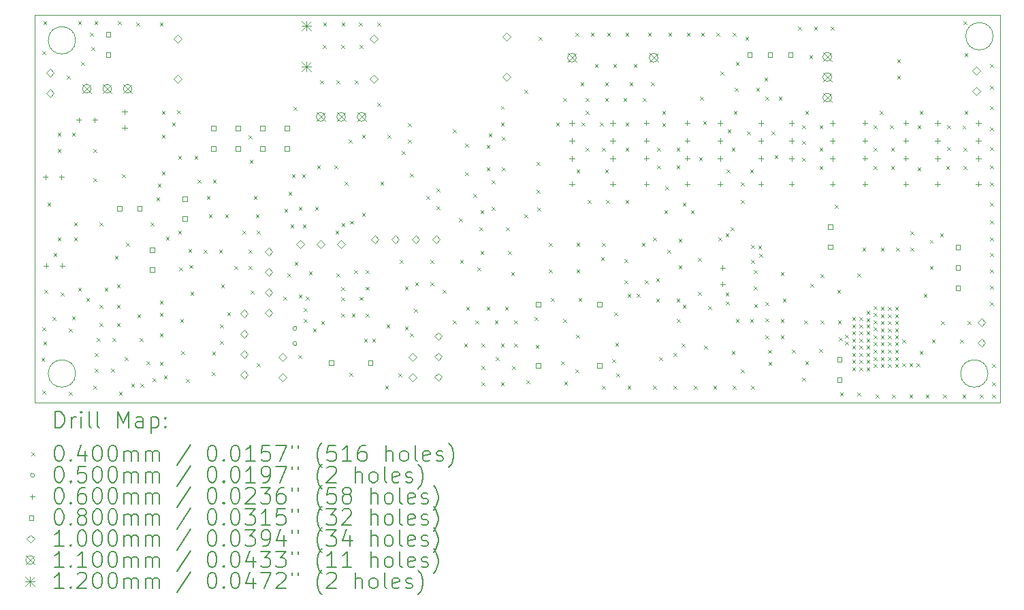
<source format=gbr>
%TF.GenerationSoftware,KiCad,Pcbnew,6.0.10-2.fc37*%
%TF.CreationDate,2023-02-05T13:59:22+01:00*%
%TF.ProjectId,Full schematic,46756c6c-2073-4636-9865-6d617469632e,rev?*%
%TF.SameCoordinates,Original*%
%TF.FileFunction,Drillmap*%
%TF.FilePolarity,Positive*%
%FSLAX45Y45*%
G04 Gerber Fmt 4.5, Leading zero omitted, Abs format (unit mm)*
G04 Created by KiCad (PCBNEW 6.0.10-2.fc37) date 2023-02-05 13:59:22*
%MOMM*%
%LPD*%
G01*
G04 APERTURE LIST*
%ADD10C,0.050000*%
%ADD11C,0.200000*%
%ADD12C,0.040000*%
%ADD13C,0.060000*%
%ADD14C,0.080000*%
%ADD15C,0.100000*%
%ADD16C,0.110000*%
%ADD17C,0.120000*%
G04 APERTURE END LIST*
D10*
X2451100Y-2159000D02*
G75*
G03*
X2451100Y-2159000I-170000J0D01*
G01*
X1943100Y-1841500D02*
X13944600Y-1841500D01*
X13944600Y-1841500D02*
X13944600Y-6667500D01*
X13944600Y-6667500D02*
X1943100Y-6667500D01*
X1943100Y-6667500D02*
X1943100Y-1841500D01*
X13797100Y-6307000D02*
G75*
G03*
X13797100Y-6307000I-170000J0D01*
G01*
X2451100Y-6307000D02*
G75*
G03*
X2451100Y-6307000I-170000J0D01*
G01*
X13860600Y-2108200D02*
G75*
G03*
X13860600Y-2108200I-170000J0D01*
G01*
D11*
D12*
X2024700Y-6114100D02*
X2064700Y-6154100D01*
X2064700Y-6114100D02*
X2024700Y-6154100D01*
X2037400Y-2291400D02*
X2077400Y-2331400D01*
X2077400Y-2291400D02*
X2037400Y-2331400D01*
X2037400Y-5733100D02*
X2077400Y-5773100D01*
X2077400Y-5733100D02*
X2037400Y-5773100D01*
X2037400Y-6520500D02*
X2077400Y-6560500D01*
X2077400Y-6520500D02*
X2037400Y-6560500D01*
X2050100Y-1923100D02*
X2090100Y-1963100D01*
X2090100Y-1923100D02*
X2050100Y-1963100D01*
X2050100Y-5910900D02*
X2090100Y-5950900D01*
X2090100Y-5910900D02*
X2050100Y-5950900D01*
X2062800Y-5263200D02*
X2102800Y-5303200D01*
X2102800Y-5263200D02*
X2062800Y-5303200D01*
X2100900Y-4183700D02*
X2140900Y-4223700D01*
X2140900Y-4183700D02*
X2100900Y-4223700D01*
X2164400Y-5606100D02*
X2204400Y-5646100D01*
X2204400Y-5606100D02*
X2164400Y-5646100D01*
X2177100Y-4806000D02*
X2217100Y-4846000D01*
X2217100Y-4806000D02*
X2177100Y-4846000D01*
X2227900Y-3307400D02*
X2267900Y-3347400D01*
X2267900Y-3307400D02*
X2227900Y-3347400D01*
X2227900Y-3510600D02*
X2267900Y-3550600D01*
X2267900Y-3510600D02*
X2227900Y-3550600D01*
X2227900Y-4615500D02*
X2267900Y-4655500D01*
X2267900Y-4615500D02*
X2227900Y-4655500D01*
X2266000Y-5301300D02*
X2306000Y-5341300D01*
X2306000Y-5301300D02*
X2266000Y-5341300D01*
X2342200Y-2596200D02*
X2382200Y-2636200D01*
X2382200Y-2596200D02*
X2342200Y-2636200D01*
X2367600Y-5745800D02*
X2407600Y-5785800D01*
X2407600Y-5745800D02*
X2367600Y-5785800D01*
X2367600Y-6533200D02*
X2407600Y-6573200D01*
X2407600Y-6533200D02*
X2367600Y-6573200D01*
X2405700Y-3307400D02*
X2445700Y-3347400D01*
X2445700Y-3307400D02*
X2405700Y-3347400D01*
X2405700Y-5593400D02*
X2445700Y-5633400D01*
X2445700Y-5593400D02*
X2405700Y-5633400D01*
X2431100Y-4425000D02*
X2471100Y-4465000D01*
X2471100Y-4425000D02*
X2431100Y-4465000D01*
X2431100Y-4615500D02*
X2471100Y-4655500D01*
X2471100Y-4615500D02*
X2431100Y-4655500D01*
X2481900Y-1923100D02*
X2521900Y-1963100D01*
X2521900Y-1923100D02*
X2481900Y-1963100D01*
X2481900Y-5237800D02*
X2521900Y-5277800D01*
X2521900Y-5237800D02*
X2481900Y-5277800D01*
X2520000Y-2431100D02*
X2560000Y-2471100D01*
X2560000Y-2431100D02*
X2520000Y-2471100D01*
X2583500Y-5364800D02*
X2623500Y-5404800D01*
X2623500Y-5364800D02*
X2583500Y-5404800D01*
X2630300Y-2066800D02*
X2670300Y-2106800D01*
X2670300Y-2066800D02*
X2630300Y-2106800D01*
X2647000Y-2240600D02*
X2687000Y-2280600D01*
X2687000Y-2240600D02*
X2647000Y-2280600D01*
X2670250Y-3512750D02*
X2710250Y-3552750D01*
X2710250Y-3512750D02*
X2670250Y-3552750D01*
X2672400Y-3878900D02*
X2712400Y-3918900D01*
X2712400Y-3878900D02*
X2672400Y-3918900D01*
X2672400Y-6457000D02*
X2712400Y-6497000D01*
X2712400Y-6457000D02*
X2672400Y-6497000D01*
X2685100Y-1923100D02*
X2725100Y-1963100D01*
X2725100Y-1923100D02*
X2685100Y-1963100D01*
X2691700Y-6053600D02*
X2731700Y-6093600D01*
X2731700Y-6053600D02*
X2691700Y-6093600D01*
X2691700Y-6244100D02*
X2731700Y-6284100D01*
X2731700Y-6244100D02*
X2691700Y-6284100D01*
X2717100Y-5863100D02*
X2757100Y-5903100D01*
X2757100Y-5863100D02*
X2717100Y-5903100D01*
X2748600Y-4425000D02*
X2788600Y-4465000D01*
X2788600Y-4425000D02*
X2748600Y-4465000D01*
X2748600Y-5453700D02*
X2788600Y-5493700D01*
X2788600Y-5453700D02*
X2748600Y-5493700D01*
X2748600Y-5682300D02*
X2788600Y-5722300D01*
X2788600Y-5682300D02*
X2748600Y-5722300D01*
X2811900Y-5237800D02*
X2851900Y-5277800D01*
X2851900Y-5237800D02*
X2811900Y-5277800D01*
X2894900Y-6244100D02*
X2934900Y-6284100D01*
X2934900Y-6244100D02*
X2894900Y-6284100D01*
X2907600Y-5863100D02*
X2947600Y-5903100D01*
X2947600Y-5863100D02*
X2907600Y-5903100D01*
X2939100Y-4844100D02*
X2979100Y-4884100D01*
X2979100Y-4844100D02*
X2939100Y-4884100D01*
X2964500Y-5199700D02*
X3004500Y-5239700D01*
X3004500Y-5199700D02*
X2964500Y-5239700D01*
X2964500Y-5453700D02*
X3004500Y-5493700D01*
X3004500Y-5453700D02*
X2964500Y-5493700D01*
X2964500Y-5682300D02*
X3004500Y-5722300D01*
X3004500Y-5682300D02*
X2964500Y-5722300D01*
X2977200Y-1923100D02*
X3017200Y-1963100D01*
X3017200Y-1923100D02*
X2977200Y-1963100D01*
X2989900Y-6533200D02*
X3029900Y-6573200D01*
X3029900Y-6533200D02*
X2989900Y-6573200D01*
X3028000Y-3828100D02*
X3068000Y-3868100D01*
X3068000Y-3828100D02*
X3028000Y-3868100D01*
X3060000Y-6104400D02*
X3100000Y-6144400D01*
X3100000Y-6104400D02*
X3060000Y-6144400D01*
X3078800Y-4679000D02*
X3118800Y-4719000D01*
X3118800Y-4679000D02*
X3078800Y-4719000D01*
X3142300Y-6431600D02*
X3182300Y-6471600D01*
X3182300Y-6431600D02*
X3142300Y-6471600D01*
X3205800Y-1935800D02*
X3245800Y-1975800D01*
X3245800Y-1935800D02*
X3205800Y-1975800D01*
X3218500Y-5568000D02*
X3258500Y-5608000D01*
X3258500Y-5568000D02*
X3218500Y-5608000D01*
X3250500Y-5863100D02*
X3290500Y-5903100D01*
X3290500Y-5863100D02*
X3250500Y-5903100D01*
X3256600Y-6431600D02*
X3296600Y-6471600D01*
X3296600Y-6431600D02*
X3256600Y-6471600D01*
X3332800Y-6152200D02*
X3372800Y-6192200D01*
X3372800Y-6152200D02*
X3332800Y-6192200D01*
X3383600Y-4425000D02*
X3423600Y-4465000D01*
X3423600Y-4425000D02*
X3383600Y-4465000D01*
X3409000Y-6368100D02*
X3449000Y-6408100D01*
X3449000Y-6368100D02*
X3409000Y-6408100D01*
X3455800Y-4111500D02*
X3495800Y-4151500D01*
X3495800Y-4111500D02*
X3455800Y-4151500D01*
X3472500Y-3942400D02*
X3512500Y-3982400D01*
X3512500Y-3942400D02*
X3472500Y-3982400D01*
X3497900Y-1935800D02*
X3537900Y-1975800D01*
X3537900Y-1935800D02*
X3497900Y-1975800D01*
X3497900Y-5402900D02*
X3537900Y-5442900D01*
X3537900Y-5402900D02*
X3497900Y-5442900D01*
X3497900Y-5555300D02*
X3537900Y-5595300D01*
X3537900Y-5555300D02*
X3497900Y-5595300D01*
X3497900Y-5809300D02*
X3537900Y-5849300D01*
X3537900Y-5809300D02*
X3497900Y-5849300D01*
X3497900Y-6164900D02*
X3537900Y-6204900D01*
X3537900Y-6164900D02*
X3497900Y-6204900D01*
X3523300Y-3040700D02*
X3563300Y-3080700D01*
X3563300Y-3040700D02*
X3523300Y-3080700D01*
X3523300Y-3332800D02*
X3563300Y-3372800D01*
X3563300Y-3332800D02*
X3523300Y-3372800D01*
X3523300Y-3790000D02*
X3563300Y-3830000D01*
X3563300Y-3790000D02*
X3523300Y-3830000D01*
X3548700Y-6330000D02*
X3588700Y-6370000D01*
X3588700Y-6330000D02*
X3548700Y-6370000D01*
X3574100Y-4602800D02*
X3614100Y-4642800D01*
X3614100Y-4602800D02*
X3574100Y-4642800D01*
X3650300Y-3180400D02*
X3690300Y-3220400D01*
X3690300Y-3180400D02*
X3650300Y-3220400D01*
X3713800Y-3028000D02*
X3753800Y-3068000D01*
X3753800Y-3028000D02*
X3713800Y-3068000D01*
X3726500Y-3599500D02*
X3766500Y-3639500D01*
X3766500Y-3599500D02*
X3726500Y-3639500D01*
X3726500Y-4526600D02*
X3766500Y-4566600D01*
X3766500Y-4526600D02*
X3726500Y-4566600D01*
X3739200Y-4983800D02*
X3779200Y-5023800D01*
X3779200Y-4983800D02*
X3739200Y-5023800D01*
X3752100Y-5631300D02*
X3792100Y-5671300D01*
X3792100Y-5631300D02*
X3752100Y-5671300D01*
X3764600Y-6025200D02*
X3804600Y-6065200D01*
X3804600Y-6025200D02*
X3764600Y-6065200D01*
X3821750Y-6374450D02*
X3861750Y-6414450D01*
X3861750Y-6374450D02*
X3821750Y-6414450D01*
X3853500Y-4755200D02*
X3893500Y-4795200D01*
X3893500Y-4755200D02*
X3853500Y-4795200D01*
X3866200Y-4956800D02*
X3906200Y-4996800D01*
X3906200Y-4956800D02*
X3866200Y-4996800D01*
X3878900Y-5288600D02*
X3918900Y-5328600D01*
X3918900Y-5288600D02*
X3878900Y-5328600D01*
X3929700Y-3599500D02*
X3969700Y-3639500D01*
X3969700Y-3599500D02*
X3929700Y-3639500D01*
X3967800Y-3891600D02*
X4007800Y-3931600D01*
X4007800Y-3891600D02*
X3967800Y-3931600D01*
X4044000Y-4767900D02*
X4084000Y-4807900D01*
X4084000Y-4767900D02*
X4044000Y-4807900D01*
X4082100Y-4094800D02*
X4122100Y-4134800D01*
X4122100Y-4094800D02*
X4082100Y-4134800D01*
X4107500Y-4323400D02*
X4147500Y-4363400D01*
X4147500Y-4323400D02*
X4107500Y-4363400D01*
X4145600Y-6291900D02*
X4185600Y-6331900D01*
X4185600Y-6291900D02*
X4145600Y-6331900D01*
X4148800Y-6037900D02*
X4188800Y-6077900D01*
X4188800Y-6037900D02*
X4148800Y-6077900D01*
X4158300Y-3891600D02*
X4198300Y-3931600D01*
X4198300Y-3891600D02*
X4158300Y-3931600D01*
X4234500Y-4767900D02*
X4274500Y-4807900D01*
X4274500Y-4767900D02*
X4234500Y-4807900D01*
X4247200Y-5695000D02*
X4287200Y-5735000D01*
X4287200Y-5695000D02*
X4247200Y-5735000D01*
X4247200Y-5898200D02*
X4287200Y-5938200D01*
X4287200Y-5898200D02*
X4247200Y-5938200D01*
X4259900Y-5199700D02*
X4299900Y-5239700D01*
X4299900Y-5199700D02*
X4259900Y-5239700D01*
X4310700Y-4323400D02*
X4350700Y-4363400D01*
X4350700Y-4323400D02*
X4310700Y-4363400D01*
X4336100Y-5542600D02*
X4376100Y-5582600D01*
X4376100Y-5542600D02*
X4336100Y-5582600D01*
X4425000Y-4971100D02*
X4465000Y-5011100D01*
X4465000Y-4971100D02*
X4425000Y-5011100D01*
X4526600Y-4526600D02*
X4566600Y-4566600D01*
X4566600Y-4526600D02*
X4526600Y-4566600D01*
X4602800Y-3345500D02*
X4642800Y-3385500D01*
X4642800Y-3345500D02*
X4602800Y-3385500D01*
X4602800Y-4767900D02*
X4642800Y-4807900D01*
X4642800Y-4767900D02*
X4602800Y-4807900D01*
X4602800Y-4967900D02*
X4642800Y-5007900D01*
X4642800Y-4967900D02*
X4602800Y-5007900D01*
X4615500Y-3650300D02*
X4655500Y-3690300D01*
X4655500Y-3650300D02*
X4615500Y-3690300D01*
X4628200Y-5275900D02*
X4668200Y-5315900D01*
X4668200Y-5275900D02*
X4628200Y-5315900D01*
X4666300Y-4094800D02*
X4706300Y-4134800D01*
X4706300Y-4094800D02*
X4666300Y-4134800D01*
X4691700Y-4323400D02*
X4731700Y-4363400D01*
X4731700Y-4323400D02*
X4691700Y-4363400D01*
X4704400Y-4526600D02*
X4744400Y-4566600D01*
X4744400Y-4526600D02*
X4704400Y-4566600D01*
X4704400Y-6177600D02*
X4744400Y-6217600D01*
X4744400Y-6177600D02*
X4704400Y-6217600D01*
X5034600Y-5352100D02*
X5074600Y-5392100D01*
X5074600Y-5352100D02*
X5034600Y-5392100D01*
X5047300Y-4259900D02*
X5087300Y-4299900D01*
X5087300Y-4259900D02*
X5047300Y-4299900D01*
X5085400Y-5060000D02*
X5125400Y-5100000D01*
X5125400Y-5060000D02*
X5085400Y-5100000D01*
X5098100Y-4044000D02*
X5138100Y-4084000D01*
X5138100Y-4044000D02*
X5098100Y-4084000D01*
X5123500Y-4450400D02*
X5163500Y-4490400D01*
X5163500Y-4450400D02*
X5123500Y-4490400D01*
X5139400Y-3824900D02*
X5179400Y-3864900D01*
X5179400Y-3824900D02*
X5139400Y-3864900D01*
X5161600Y-2989900D02*
X5201600Y-3029900D01*
X5201600Y-2989900D02*
X5161600Y-3029900D01*
X5174300Y-4920300D02*
X5214300Y-4960300D01*
X5214300Y-4920300D02*
X5174300Y-4960300D01*
X5221800Y-6079996D02*
X5261800Y-6119996D01*
X5261800Y-6079996D02*
X5221800Y-6119996D01*
X5225100Y-4234500D02*
X5265100Y-4274500D01*
X5265100Y-4234500D02*
X5225100Y-4274500D01*
X5225100Y-5326700D02*
X5265100Y-5366700D01*
X5265100Y-5326700D02*
X5225100Y-5366700D01*
X5266400Y-3824900D02*
X5306400Y-3864900D01*
X5306400Y-3824900D02*
X5266400Y-3864900D01*
X5275900Y-4450400D02*
X5315900Y-4490400D01*
X5315900Y-4450400D02*
X5275900Y-4490400D01*
X5288600Y-5491800D02*
X5328600Y-5531800D01*
X5328600Y-5491800D02*
X5288600Y-5531800D01*
X5288600Y-5631500D02*
X5328600Y-5671500D01*
X5328600Y-5631500D02*
X5288600Y-5671500D01*
X5314000Y-5352100D02*
X5354000Y-5392100D01*
X5354000Y-5352100D02*
X5314000Y-5392100D01*
X5352100Y-5034600D02*
X5392100Y-5074600D01*
X5392100Y-5034600D02*
X5352100Y-5074600D01*
X5402900Y-5745800D02*
X5442900Y-5785800D01*
X5442900Y-5745800D02*
X5402900Y-5785800D01*
X5428300Y-4234500D02*
X5468300Y-4274500D01*
X5468300Y-4234500D02*
X5428300Y-4274500D01*
X5453700Y-3713800D02*
X5493700Y-3753800D01*
X5493700Y-3713800D02*
X5453700Y-3753800D01*
X5491800Y-2659700D02*
X5531800Y-2699700D01*
X5531800Y-2659700D02*
X5491800Y-2699700D01*
X5504500Y-5656900D02*
X5544500Y-5696900D01*
X5544500Y-5656900D02*
X5504500Y-5696900D01*
X5528032Y-2217068D02*
X5568032Y-2257068D01*
X5568032Y-2217068D02*
X5528032Y-2257068D01*
X5529900Y-1935800D02*
X5569900Y-1975800D01*
X5569900Y-1935800D02*
X5529900Y-1975800D01*
X5669600Y-3713800D02*
X5709600Y-3753800D01*
X5709600Y-3713800D02*
X5669600Y-3753800D01*
X5682300Y-4526600D02*
X5722300Y-4566600D01*
X5722300Y-4526600D02*
X5682300Y-4566600D01*
X5693500Y-5060000D02*
X5733500Y-5100000D01*
X5733500Y-5060000D02*
X5693500Y-5100000D01*
X5695000Y-2659700D02*
X5735000Y-2699700D01*
X5735000Y-2659700D02*
X5695000Y-2699700D01*
X5755200Y-5229096D02*
X5795200Y-5269096D01*
X5795200Y-5229096D02*
X5755200Y-5269096D01*
X5755200Y-5356096D02*
X5795200Y-5396096D01*
X5795200Y-5356096D02*
X5755200Y-5396096D01*
X5755200Y-5559296D02*
X5795200Y-5599296D01*
X5795200Y-5559296D02*
X5755200Y-5599296D01*
X5756632Y-2217068D02*
X5796632Y-2257068D01*
X5796632Y-2217068D02*
X5756632Y-2257068D01*
X5758500Y-1935800D02*
X5798500Y-1975800D01*
X5798500Y-1935800D02*
X5758500Y-1975800D01*
X5758500Y-4437700D02*
X5798500Y-4477700D01*
X5798500Y-4437700D02*
X5758500Y-4477700D01*
X5796600Y-3917000D02*
X5836600Y-3957000D01*
X5836600Y-3917000D02*
X5796600Y-3957000D01*
X5847400Y-3392000D02*
X5887400Y-3432000D01*
X5887400Y-3392000D02*
X5847400Y-3432000D01*
X5856800Y-6295896D02*
X5896800Y-6335896D01*
X5896800Y-6295896D02*
X5856800Y-6335896D01*
X5866450Y-4405950D02*
X5906450Y-4445950D01*
X5906450Y-4405950D02*
X5866450Y-4445950D01*
X5884350Y-5561446D02*
X5924350Y-5601446D01*
X5924350Y-5561446D02*
X5884350Y-5601446D01*
X5913850Y-5019446D02*
X5953850Y-5059446D01*
X5953850Y-5019446D02*
X5913850Y-5059446D01*
X5923600Y-2659700D02*
X5963600Y-2699700D01*
X5963600Y-2659700D02*
X5923600Y-2699700D01*
X5974400Y-1935800D02*
X6014400Y-1975800D01*
X6014400Y-1935800D02*
X5974400Y-1975800D01*
X5981650Y-5353946D02*
X6021650Y-5393946D01*
X6021650Y-5353946D02*
X5981650Y-5393946D01*
X5985232Y-2217068D02*
X6025232Y-2257068D01*
X6025232Y-2217068D02*
X5985232Y-2257068D01*
X6012500Y-3332800D02*
X6052500Y-3372800D01*
X6052500Y-3332800D02*
X6012500Y-3372800D01*
X6012500Y-4310700D02*
X6052500Y-4350700D01*
X6052500Y-4310700D02*
X6012500Y-4350700D01*
X6037900Y-5872800D02*
X6077900Y-5912800D01*
X6077900Y-5872800D02*
X6037900Y-5912800D01*
X6060000Y-5019446D02*
X6100000Y-5059446D01*
X6100000Y-5019446D02*
X6060000Y-5059446D01*
X6060000Y-5226946D02*
X6100000Y-5266946D01*
X6100000Y-5226946D02*
X6060000Y-5266946D01*
X6060000Y-5559296D02*
X6100000Y-5599296D01*
X6100000Y-5559296D02*
X6060000Y-5599296D01*
X6139500Y-5872800D02*
X6179500Y-5912800D01*
X6179500Y-5872800D02*
X6139500Y-5912800D01*
X6203000Y-1935800D02*
X6243000Y-1975800D01*
X6243000Y-1935800D02*
X6203000Y-1975800D01*
X6203000Y-2939100D02*
X6243000Y-2979100D01*
X6243000Y-2939100D02*
X6203000Y-2979100D01*
X6241100Y-3917000D02*
X6281100Y-3957000D01*
X6281100Y-3917000D02*
X6241100Y-3957000D01*
X6301300Y-6460996D02*
X6341300Y-6500996D01*
X6341300Y-6460996D02*
X6301300Y-6500996D01*
X6317300Y-5695000D02*
X6357300Y-5735000D01*
X6357300Y-5695000D02*
X6317300Y-5735000D01*
X6330000Y-3332800D02*
X6370000Y-3372800D01*
X6370000Y-3332800D02*
X6330000Y-3372800D01*
X6466400Y-6308596D02*
X6506400Y-6348596D01*
X6506400Y-6308596D02*
X6466400Y-6348596D01*
X6482400Y-4894900D02*
X6522400Y-4934900D01*
X6522400Y-4894900D02*
X6482400Y-4934900D01*
X6507800Y-3536000D02*
X6547800Y-3576000D01*
X6547800Y-3536000D02*
X6507800Y-3576000D01*
X6545900Y-5225100D02*
X6585900Y-5265100D01*
X6585900Y-5225100D02*
X6545900Y-5265100D01*
X6545900Y-5720400D02*
X6585900Y-5760400D01*
X6585900Y-5720400D02*
X6545900Y-5760400D01*
X6584000Y-3193100D02*
X6624000Y-3233100D01*
X6624000Y-3193100D02*
X6584000Y-3233100D01*
X6584000Y-3396300D02*
X6624000Y-3436300D01*
X6624000Y-3396300D02*
X6584000Y-3436300D01*
X6609400Y-3815400D02*
X6649400Y-3855400D01*
X6649400Y-3815400D02*
X6609400Y-3855400D01*
X6609400Y-5809300D02*
X6649400Y-5849300D01*
X6649400Y-5809300D02*
X6609400Y-5849300D01*
X6660200Y-5504500D02*
X6700200Y-5544500D01*
X6700200Y-5504500D02*
X6660200Y-5544500D01*
X6672900Y-5174300D02*
X6712900Y-5214300D01*
X6712900Y-5174300D02*
X6672900Y-5214300D01*
X6812600Y-4094800D02*
X6852600Y-4134800D01*
X6852600Y-4094800D02*
X6812600Y-4134800D01*
X6863400Y-4894900D02*
X6903400Y-4934900D01*
X6903400Y-4894900D02*
X6863400Y-4934900D01*
X6863400Y-5174300D02*
X6903400Y-5214300D01*
X6903400Y-5174300D02*
X6863400Y-5214300D01*
X6939600Y-4005900D02*
X6979600Y-4045900D01*
X6979600Y-4005900D02*
X6939600Y-4045900D01*
X6939600Y-4221800D02*
X6979600Y-4261800D01*
X6979600Y-4221800D02*
X6939600Y-4261800D01*
X7015800Y-5263200D02*
X7055800Y-5303200D01*
X7055800Y-5263200D02*
X7015800Y-5303200D01*
X7142800Y-3269300D02*
X7182800Y-3309300D01*
X7182800Y-3269300D02*
X7142800Y-3309300D01*
X7142800Y-5644200D02*
X7182800Y-5684200D01*
X7182800Y-5644200D02*
X7142800Y-5684200D01*
X7219000Y-4374200D02*
X7259000Y-4414200D01*
X7259000Y-4374200D02*
X7219000Y-4414200D01*
X7231700Y-4894900D02*
X7271700Y-4934900D01*
X7271700Y-4894900D02*
X7231700Y-4934900D01*
X7282500Y-5936300D02*
X7322500Y-5976300D01*
X7322500Y-5936300D02*
X7282500Y-5976300D01*
X7295200Y-3447100D02*
X7335200Y-3487100D01*
X7335200Y-3447100D02*
X7295200Y-3487100D01*
X7295200Y-3802700D02*
X7335200Y-3842700D01*
X7335200Y-3802700D02*
X7295200Y-3842700D01*
X7307900Y-5479100D02*
X7347900Y-5519100D01*
X7347900Y-5479100D02*
X7307900Y-5519100D01*
X7396800Y-4069400D02*
X7436800Y-4109400D01*
X7436800Y-4069400D02*
X7396800Y-4109400D01*
X7422200Y-5644200D02*
X7462200Y-5684200D01*
X7462200Y-5644200D02*
X7422200Y-5684200D01*
X7447600Y-4983800D02*
X7487600Y-5023800D01*
X7487600Y-4983800D02*
X7447600Y-5023800D01*
X7473000Y-4488500D02*
X7513000Y-4528500D01*
X7513000Y-4488500D02*
X7473000Y-4528500D01*
X7485700Y-4272600D02*
X7525700Y-4312600D01*
X7525700Y-4272600D02*
X7485700Y-4312600D01*
X7485700Y-4780600D02*
X7525700Y-4820600D01*
X7525700Y-4780600D02*
X7485700Y-4820600D01*
X7498400Y-5936300D02*
X7538400Y-5976300D01*
X7538400Y-5936300D02*
X7498400Y-5976300D01*
X7498400Y-6215700D02*
X7538400Y-6255700D01*
X7538400Y-6215700D02*
X7498400Y-6255700D01*
X7498400Y-6418900D02*
X7538400Y-6458900D01*
X7538400Y-6418900D02*
X7498400Y-6458900D01*
X7561900Y-3459800D02*
X7601900Y-3499800D01*
X7601900Y-3459800D02*
X7561900Y-3499800D01*
X7561900Y-3739200D02*
X7601900Y-3779200D01*
X7601900Y-3739200D02*
X7561900Y-3779200D01*
X7561900Y-5479100D02*
X7601900Y-5519100D01*
X7601900Y-5479100D02*
X7561900Y-5519100D01*
X7587300Y-3320100D02*
X7627300Y-3360100D01*
X7627300Y-3320100D02*
X7587300Y-3360100D01*
X7625400Y-3904300D02*
X7665400Y-3944300D01*
X7665400Y-3904300D02*
X7625400Y-3944300D01*
X7625400Y-4234500D02*
X7665400Y-4274500D01*
X7665400Y-4234500D02*
X7625400Y-4274500D01*
X7663500Y-5644200D02*
X7703500Y-5684200D01*
X7703500Y-5644200D02*
X7663500Y-5684200D01*
X7676200Y-6101400D02*
X7716200Y-6141400D01*
X7716200Y-6101400D02*
X7676200Y-6141400D01*
X7739700Y-2974000D02*
X7779700Y-3014000D01*
X7779700Y-2974000D02*
X7739700Y-3014000D01*
X7739700Y-3180400D02*
X7779700Y-3220400D01*
X7779700Y-3180400D02*
X7739700Y-3220400D01*
X7739700Y-5936300D02*
X7779700Y-5976300D01*
X7779700Y-5936300D02*
X7739700Y-5976300D01*
X7739700Y-6418900D02*
X7779700Y-6458900D01*
X7779700Y-6418900D02*
X7739700Y-6458900D01*
X7752400Y-3358200D02*
X7792400Y-3398200D01*
X7792400Y-3358200D02*
X7752400Y-3398200D01*
X7752400Y-3739200D02*
X7792400Y-3779200D01*
X7792400Y-3739200D02*
X7752400Y-3779200D01*
X7790500Y-5479100D02*
X7830500Y-5519100D01*
X7830500Y-5479100D02*
X7790500Y-5519100D01*
X7803200Y-4488500D02*
X7843200Y-4528500D01*
X7843200Y-4488500D02*
X7803200Y-4528500D01*
X7828600Y-4780600D02*
X7868600Y-4820600D01*
X7868600Y-4780600D02*
X7828600Y-4820600D01*
X7866700Y-5047300D02*
X7906700Y-5087300D01*
X7906700Y-5047300D02*
X7866700Y-5087300D01*
X7879400Y-6215700D02*
X7919400Y-6255700D01*
X7919400Y-6215700D02*
X7879400Y-6255700D01*
X7904800Y-5644200D02*
X7944800Y-5684200D01*
X7944800Y-5644200D02*
X7904800Y-5684200D01*
X7904800Y-5936300D02*
X7944800Y-5976300D01*
X7944800Y-5936300D02*
X7904800Y-5976300D01*
X8031800Y-2774000D02*
X8071800Y-2814000D01*
X8071800Y-2774000D02*
X8031800Y-2814000D01*
X8031800Y-4323400D02*
X8071800Y-4363400D01*
X8071800Y-4323400D02*
X8031800Y-4363400D01*
X8057200Y-6393500D02*
X8097200Y-6433500D01*
X8097200Y-6393500D02*
X8057200Y-6433500D01*
X8158800Y-5606100D02*
X8198800Y-5646100D01*
X8198800Y-5606100D02*
X8158800Y-5646100D01*
X8171500Y-5949000D02*
X8211500Y-5989000D01*
X8211500Y-5949000D02*
X8171500Y-5989000D01*
X8184200Y-3675700D02*
X8224200Y-3715700D01*
X8224200Y-3675700D02*
X8184200Y-3715700D01*
X8184200Y-4018600D02*
X8224200Y-4058600D01*
X8224200Y-4018600D02*
X8184200Y-4058600D01*
X8190550Y-4240850D02*
X8230550Y-4280850D01*
X8230550Y-4240850D02*
X8190550Y-4280850D01*
X8209600Y-2113600D02*
X8249600Y-2153600D01*
X8249600Y-2113600D02*
X8209600Y-2153600D01*
X8336600Y-4679000D02*
X8376600Y-4719000D01*
X8376600Y-4679000D02*
X8336600Y-4719000D01*
X8336600Y-5009200D02*
X8376600Y-5049200D01*
X8376600Y-5009200D02*
X8336600Y-5049200D01*
X8362000Y-5364800D02*
X8402000Y-5404800D01*
X8402000Y-5364800D02*
X8362000Y-5404800D01*
X8425500Y-3180400D02*
X8465500Y-3220400D01*
X8465500Y-3180400D02*
X8425500Y-3220400D01*
X8489000Y-6152200D02*
X8529000Y-6192200D01*
X8529000Y-6152200D02*
X8489000Y-6192200D01*
X8514400Y-2875600D02*
X8554400Y-2915600D01*
X8554400Y-2875600D02*
X8514400Y-2915600D01*
X8514400Y-5631500D02*
X8554400Y-5671500D01*
X8554400Y-5631500D02*
X8514400Y-5671500D01*
X8527100Y-6406200D02*
X8567100Y-6446200D01*
X8567100Y-6406200D02*
X8527100Y-6446200D01*
X8666800Y-2062800D02*
X8706800Y-2102800D01*
X8706800Y-2062800D02*
X8666800Y-2102800D01*
X8666800Y-6253800D02*
X8706800Y-6293800D01*
X8706800Y-6253800D02*
X8666800Y-6293800D01*
X8675300Y-5826200D02*
X8715300Y-5866200D01*
X8715300Y-5826200D02*
X8675300Y-5866200D01*
X8679500Y-3764600D02*
X8719500Y-3804600D01*
X8719500Y-3764600D02*
X8679500Y-3804600D01*
X8679500Y-4679000D02*
X8719500Y-4719000D01*
X8719500Y-4679000D02*
X8679500Y-4719000D01*
X8679500Y-5009200D02*
X8719500Y-5049200D01*
X8719500Y-5009200D02*
X8679500Y-5049200D01*
X8704900Y-5364800D02*
X8744900Y-5404800D01*
X8744900Y-5364800D02*
X8704900Y-5404800D01*
X8730300Y-2685100D02*
X8770300Y-2725100D01*
X8770300Y-2685100D02*
X8730300Y-2725100D01*
X8743000Y-3180400D02*
X8783000Y-3220400D01*
X8783000Y-3180400D02*
X8743000Y-3220400D01*
X8793800Y-2875600D02*
X8833800Y-2915600D01*
X8833800Y-2875600D02*
X8793800Y-2915600D01*
X8793800Y-3040700D02*
X8833800Y-3080700D01*
X8833800Y-3040700D02*
X8793800Y-3080700D01*
X8793800Y-3497900D02*
X8833800Y-3537900D01*
X8833800Y-3497900D02*
X8793800Y-3537900D01*
X8819200Y-4145600D02*
X8859200Y-4185600D01*
X8859200Y-4145600D02*
X8819200Y-4185600D01*
X8857300Y-2062800D02*
X8897300Y-2102800D01*
X8897300Y-2062800D02*
X8857300Y-2102800D01*
X8908100Y-2456500D02*
X8948100Y-2496500D01*
X8948100Y-2456500D02*
X8908100Y-2496500D01*
X8971600Y-3180400D02*
X9011600Y-3220400D01*
X9011600Y-3180400D02*
X8971600Y-3220400D01*
X8984300Y-4856800D02*
X9024300Y-4896800D01*
X9024300Y-4856800D02*
X8984300Y-4896800D01*
X8997000Y-3497900D02*
X9037000Y-3537900D01*
X9037000Y-3497900D02*
X8997000Y-3537900D01*
X8997000Y-4679000D02*
X9037000Y-4719000D01*
X9037000Y-4679000D02*
X8997000Y-4719000D01*
X8997000Y-6457000D02*
X9037000Y-6497000D01*
X9037000Y-6457000D02*
X8997000Y-6497000D01*
X9035100Y-2685100D02*
X9075100Y-2725100D01*
X9075100Y-2685100D02*
X9035100Y-2725100D01*
X9035100Y-2875600D02*
X9075100Y-2915600D01*
X9075100Y-2875600D02*
X9035100Y-2915600D01*
X9035100Y-3764600D02*
X9075100Y-3804600D01*
X9075100Y-3764600D02*
X9035100Y-3804600D01*
X9047800Y-4145600D02*
X9087800Y-4185600D01*
X9087800Y-4145600D02*
X9047800Y-4185600D01*
X9060500Y-2062800D02*
X9100500Y-2102800D01*
X9100500Y-2062800D02*
X9060500Y-2102800D01*
X9124000Y-6126800D02*
X9164000Y-6166800D01*
X9164000Y-6126800D02*
X9124000Y-6166800D01*
X9136700Y-2456500D02*
X9176700Y-2496500D01*
X9176700Y-2456500D02*
X9136700Y-2496500D01*
X9149400Y-5542600D02*
X9189400Y-5582600D01*
X9189400Y-5542600D02*
X9149400Y-5582600D01*
X9162100Y-5927900D02*
X9202100Y-5967900D01*
X9202100Y-5927900D02*
X9162100Y-5967900D01*
X9174800Y-6304600D02*
X9214800Y-6344600D01*
X9214800Y-6304600D02*
X9174800Y-6344600D01*
X9263700Y-2875600D02*
X9303700Y-2915600D01*
X9303700Y-2875600D02*
X9263700Y-2915600D01*
X9276400Y-4882200D02*
X9316400Y-4922200D01*
X9316400Y-4882200D02*
X9276400Y-4922200D01*
X9276400Y-5148900D02*
X9316400Y-5188900D01*
X9316400Y-5148900D02*
X9276400Y-5188900D01*
X9289100Y-2062800D02*
X9329100Y-2102800D01*
X9329100Y-2062800D02*
X9289100Y-2102800D01*
X9289100Y-3180400D02*
X9329100Y-3220400D01*
X9329100Y-3180400D02*
X9289100Y-3220400D01*
X9289100Y-3497900D02*
X9329100Y-3537900D01*
X9329100Y-3497900D02*
X9289100Y-3537900D01*
X9289100Y-4145600D02*
X9329100Y-4185600D01*
X9329100Y-4145600D02*
X9289100Y-4185600D01*
X9314500Y-5314000D02*
X9354500Y-5354000D01*
X9354500Y-5314000D02*
X9314500Y-5354000D01*
X9314500Y-6457000D02*
X9354500Y-6497000D01*
X9354500Y-6457000D02*
X9314500Y-6497000D01*
X9339900Y-2685100D02*
X9379900Y-2725100D01*
X9379900Y-2685100D02*
X9339900Y-2725100D01*
X9390700Y-2456500D02*
X9430700Y-2496500D01*
X9430700Y-2456500D02*
X9390700Y-2496500D01*
X9428800Y-5314000D02*
X9468800Y-5354000D01*
X9468800Y-5314000D02*
X9428800Y-5354000D01*
X9492300Y-4679000D02*
X9532300Y-4719000D01*
X9532300Y-4679000D02*
X9492300Y-4719000D01*
X9505000Y-2875600D02*
X9545000Y-2915600D01*
X9545000Y-2875600D02*
X9505000Y-2915600D01*
X9530400Y-5148900D02*
X9570400Y-5188900D01*
X9570400Y-5148900D02*
X9530400Y-5188900D01*
X9568500Y-2062800D02*
X9608500Y-2102800D01*
X9608500Y-2062800D02*
X9568500Y-2102800D01*
X9606600Y-2685100D02*
X9646600Y-2725100D01*
X9646600Y-2685100D02*
X9606600Y-2725100D01*
X9632000Y-4615500D02*
X9672000Y-4655500D01*
X9672000Y-4615500D02*
X9632000Y-4655500D01*
X9632000Y-6457000D02*
X9672000Y-6497000D01*
X9672000Y-6457000D02*
X9632000Y-6497000D01*
X9670100Y-5123500D02*
X9710100Y-5163500D01*
X9710100Y-5123500D02*
X9670100Y-5163500D01*
X9670100Y-5377500D02*
X9710100Y-5417500D01*
X9710100Y-5377500D02*
X9670100Y-5417500D01*
X9682800Y-3497900D02*
X9722800Y-3537900D01*
X9722800Y-3497900D02*
X9682800Y-3537900D01*
X9682800Y-3713800D02*
X9722800Y-3753800D01*
X9722800Y-3713800D02*
X9682800Y-3753800D01*
X9708200Y-6101400D02*
X9748200Y-6141400D01*
X9748200Y-6101400D02*
X9708200Y-6141400D01*
X9746300Y-3040700D02*
X9786300Y-3080700D01*
X9786300Y-3040700D02*
X9746300Y-3080700D01*
X9746300Y-3193100D02*
X9786300Y-3233100D01*
X9786300Y-3193100D02*
X9746300Y-3233100D01*
X9771700Y-4272600D02*
X9811700Y-4312600D01*
X9811700Y-4272600D02*
X9771700Y-4312600D01*
X9784400Y-3980500D02*
X9824400Y-4020500D01*
X9824400Y-3980500D02*
X9784400Y-4020500D01*
X9809800Y-4767900D02*
X9849800Y-4807900D01*
X9849800Y-4767900D02*
X9809800Y-4807900D01*
X9822500Y-2062800D02*
X9862500Y-2102800D01*
X9862500Y-2062800D02*
X9822500Y-2102800D01*
X9886000Y-6050600D02*
X9926000Y-6090600D01*
X9926000Y-6050600D02*
X9886000Y-6090600D01*
X9886000Y-6457000D02*
X9926000Y-6497000D01*
X9926000Y-6457000D02*
X9886000Y-6497000D01*
X9924100Y-3497900D02*
X9964100Y-3537900D01*
X9964100Y-3497900D02*
X9924100Y-3537900D01*
X9924100Y-3713800D02*
X9964100Y-3753800D01*
X9964100Y-3713800D02*
X9924100Y-3753800D01*
X9924100Y-5377500D02*
X9964100Y-5417500D01*
X9964100Y-5377500D02*
X9924100Y-5417500D01*
X9928400Y-5631500D02*
X9968400Y-5671500D01*
X9968400Y-5631500D02*
X9928400Y-5671500D01*
X9949500Y-4628200D02*
X9989500Y-4668200D01*
X9989500Y-4628200D02*
X9949500Y-4668200D01*
X9949500Y-4958400D02*
X9989500Y-4998400D01*
X9989500Y-4958400D02*
X9949500Y-4998400D01*
X9987600Y-5936300D02*
X10027600Y-5976300D01*
X10027600Y-5936300D02*
X9987600Y-5976300D01*
X10000300Y-4183700D02*
X10040300Y-4223700D01*
X10040300Y-4183700D02*
X10000300Y-4223700D01*
X10000300Y-5453700D02*
X10040300Y-5493700D01*
X10040300Y-5453700D02*
X10000300Y-5493700D01*
X10051100Y-2062800D02*
X10091100Y-2102800D01*
X10091100Y-2062800D02*
X10051100Y-2102800D01*
X10101900Y-4272600D02*
X10141900Y-4312600D01*
X10141900Y-4272600D02*
X10101900Y-4312600D01*
X10140000Y-6457000D02*
X10180000Y-6497000D01*
X10180000Y-6457000D02*
X10140000Y-6497000D01*
X10190800Y-4869500D02*
X10230800Y-4909500D01*
X10230800Y-4869500D02*
X10190800Y-4909500D01*
X10190800Y-5288600D02*
X10230800Y-5328600D01*
X10230800Y-5288600D02*
X10190800Y-5328600D01*
X10203500Y-3612200D02*
X10243500Y-3652200D01*
X10243500Y-3612200D02*
X10203500Y-3652200D01*
X10216200Y-2862900D02*
X10256200Y-2902900D01*
X10256200Y-2862900D02*
X10216200Y-2902900D01*
X10228900Y-2062800D02*
X10268900Y-2102800D01*
X10268900Y-2062800D02*
X10228900Y-2102800D01*
X10254300Y-3167700D02*
X10294300Y-3207700D01*
X10294300Y-3167700D02*
X10254300Y-3207700D01*
X10267000Y-5961700D02*
X10307000Y-6001700D01*
X10307000Y-5961700D02*
X10267000Y-6001700D01*
X10317800Y-5466400D02*
X10357800Y-5506400D01*
X10357800Y-5466400D02*
X10317800Y-5506400D01*
X10381300Y-6457000D02*
X10421300Y-6497000D01*
X10421300Y-6457000D02*
X10381300Y-6497000D01*
X10419400Y-2062800D02*
X10459400Y-2102800D01*
X10459400Y-2062800D02*
X10419400Y-2102800D01*
X10444800Y-4615500D02*
X10484800Y-4655500D01*
X10484800Y-4615500D02*
X10444800Y-4655500D01*
X10470200Y-2545400D02*
X10510200Y-2585400D01*
X10510200Y-2545400D02*
X10470200Y-2585400D01*
X10533700Y-4564700D02*
X10573700Y-4604700D01*
X10573700Y-4564700D02*
X10533700Y-4604700D01*
X10533700Y-5301300D02*
X10573700Y-5341300D01*
X10573700Y-5301300D02*
X10533700Y-5341300D01*
X10540050Y-5409250D02*
X10580050Y-5449250D01*
X10580050Y-5409250D02*
X10540050Y-5449250D01*
X10546400Y-3764600D02*
X10586400Y-3804600D01*
X10586400Y-3764600D02*
X10546400Y-3804600D01*
X10559100Y-3269300D02*
X10599100Y-3309300D01*
X10599100Y-3269300D02*
X10559100Y-3309300D01*
X10597200Y-4488500D02*
X10637200Y-4528500D01*
X10637200Y-4488500D02*
X10597200Y-4528500D01*
X10609900Y-3497900D02*
X10649900Y-3537900D01*
X10649900Y-3497900D02*
X10609900Y-3537900D01*
X10609900Y-6025200D02*
X10649900Y-6065200D01*
X10649900Y-6025200D02*
X10609900Y-6065200D01*
X10622600Y-2062800D02*
X10662600Y-2102800D01*
X10662600Y-2062800D02*
X10622600Y-2102800D01*
X10622600Y-6457000D02*
X10662600Y-6497000D01*
X10662600Y-6457000D02*
X10622600Y-6497000D01*
X10635300Y-3040700D02*
X10675300Y-3080700D01*
X10675300Y-3040700D02*
X10635300Y-3080700D01*
X10648000Y-2748600D02*
X10688000Y-2788600D01*
X10688000Y-2748600D02*
X10648000Y-2788600D01*
X10660700Y-2431100D02*
X10700700Y-2471100D01*
X10700700Y-2431100D02*
X10660700Y-2471100D01*
X10660700Y-5631500D02*
X10700700Y-5671500D01*
X10700700Y-5631500D02*
X10660700Y-5671500D01*
X10724200Y-3929700D02*
X10764200Y-3969700D01*
X10764200Y-3929700D02*
X10724200Y-3969700D01*
X10724200Y-4145600D02*
X10764200Y-4185600D01*
X10764200Y-4145600D02*
X10724200Y-4185600D01*
X10724200Y-6253800D02*
X10764200Y-6293800D01*
X10764200Y-6253800D02*
X10724200Y-6293800D01*
X10779200Y-2117800D02*
X10819200Y-2157800D01*
X10819200Y-2117800D02*
X10779200Y-2157800D01*
X10800400Y-3294700D02*
X10840400Y-3334700D01*
X10840400Y-3294700D02*
X10800400Y-3334700D01*
X10838500Y-3764600D02*
X10878500Y-3804600D01*
X10878500Y-3764600D02*
X10838500Y-3804600D01*
X10838500Y-5631500D02*
X10878500Y-5671500D01*
X10878500Y-5631500D02*
X10838500Y-5671500D01*
X10851200Y-4704400D02*
X10891200Y-4744400D01*
X10891200Y-4704400D02*
X10851200Y-4744400D01*
X10851200Y-4894900D02*
X10891200Y-4934900D01*
X10891200Y-4894900D02*
X10851200Y-4934900D01*
X10851200Y-6457000D02*
X10891200Y-6497000D01*
X10891200Y-6457000D02*
X10851200Y-6497000D01*
X10884900Y-5018500D02*
X10924900Y-5058500D01*
X10924900Y-5018500D02*
X10884900Y-5058500D01*
X10884900Y-5221700D02*
X10924900Y-5261700D01*
X10924900Y-5221700D02*
X10884900Y-5261700D01*
X10889300Y-5441000D02*
X10929300Y-5481000D01*
X10929300Y-5441000D02*
X10889300Y-5481000D01*
X10914700Y-2748600D02*
X10954700Y-2788600D01*
X10954700Y-2748600D02*
X10914700Y-2788600D01*
X10940100Y-4717100D02*
X10980100Y-4757100D01*
X10980100Y-4717100D02*
X10940100Y-4757100D01*
X10952800Y-4818700D02*
X10992800Y-4858700D01*
X10992800Y-4818700D02*
X10952800Y-4858700D01*
X11016300Y-2621600D02*
X11056300Y-2661600D01*
X11056300Y-2621600D02*
X11016300Y-2661600D01*
X11029000Y-2862900D02*
X11069000Y-2902900D01*
X11069000Y-2862900D02*
X11029000Y-2902900D01*
X11029000Y-5415600D02*
X11069000Y-5455600D01*
X11069000Y-5415600D02*
X11029000Y-5455600D01*
X11029000Y-5618800D02*
X11069000Y-5658800D01*
X11069000Y-5618800D02*
X11029000Y-5658800D01*
X11029000Y-5834700D02*
X11069000Y-5874700D01*
X11069000Y-5834700D02*
X11029000Y-5874700D01*
X11065500Y-6014100D02*
X11105500Y-6054100D01*
X11105500Y-6014100D02*
X11065500Y-6054100D01*
X11067100Y-6164900D02*
X11107100Y-6204900D01*
X11107100Y-6164900D02*
X11067100Y-6204900D01*
X11105200Y-3294700D02*
X11145200Y-3334700D01*
X11145200Y-3294700D02*
X11105200Y-3334700D01*
X11143300Y-3586800D02*
X11183300Y-3626800D01*
X11183300Y-3586800D02*
X11143300Y-3626800D01*
X11194100Y-2862900D02*
X11234100Y-2902900D01*
X11234100Y-2862900D02*
X11194100Y-2902900D01*
X11219500Y-5047300D02*
X11259500Y-5087300D01*
X11259500Y-5047300D02*
X11219500Y-5087300D01*
X11219500Y-5631500D02*
X11259500Y-5671500D01*
X11259500Y-5631500D02*
X11219500Y-5671500D01*
X11219500Y-5834700D02*
X11259500Y-5874700D01*
X11259500Y-5834700D02*
X11219500Y-5874700D01*
X11244900Y-5377500D02*
X11284900Y-5417500D01*
X11284900Y-5377500D02*
X11244900Y-5417500D01*
X11359200Y-6012500D02*
X11399200Y-6052500D01*
X11399200Y-6012500D02*
X11359200Y-6052500D01*
X11435400Y-1986600D02*
X11475400Y-2026600D01*
X11475400Y-1986600D02*
X11435400Y-2026600D01*
X11486200Y-3218500D02*
X11526200Y-3258500D01*
X11526200Y-3218500D02*
X11486200Y-3258500D01*
X11486200Y-3409000D02*
X11526200Y-3449000D01*
X11526200Y-3409000D02*
X11486200Y-3449000D01*
X11486200Y-3624900D02*
X11526200Y-3664900D01*
X11526200Y-3624900D02*
X11486200Y-3664900D01*
X11486200Y-6355400D02*
X11526200Y-6395400D01*
X11526200Y-6355400D02*
X11486200Y-6395400D01*
X11511600Y-5644200D02*
X11551600Y-5684200D01*
X11551600Y-5644200D02*
X11511600Y-5684200D01*
X11524300Y-3040700D02*
X11564300Y-3080700D01*
X11564300Y-3040700D02*
X11524300Y-3080700D01*
X11524300Y-6152200D02*
X11564300Y-6192200D01*
X11564300Y-6152200D02*
X11524300Y-6192200D01*
X11575100Y-2342200D02*
X11615100Y-2382200D01*
X11615100Y-2342200D02*
X11575100Y-2382200D01*
X11587800Y-5187000D02*
X11627800Y-5227000D01*
X11627800Y-5187000D02*
X11587800Y-5227000D01*
X11634300Y-1987100D02*
X11674300Y-2027100D01*
X11674300Y-1987100D02*
X11634300Y-2027100D01*
X11696900Y-6004100D02*
X11736900Y-6044100D01*
X11736900Y-6004100D02*
X11696900Y-6044100D01*
X11702100Y-3218500D02*
X11742100Y-3258500D01*
X11742100Y-3218500D02*
X11702100Y-3258500D01*
X11702100Y-3497900D02*
X11742100Y-3537900D01*
X11742100Y-3497900D02*
X11702100Y-3537900D01*
X11702100Y-3726500D02*
X11742100Y-3766500D01*
X11742100Y-3726500D02*
X11702100Y-3766500D01*
X11714800Y-5072700D02*
X11754800Y-5112700D01*
X11754800Y-5072700D02*
X11714800Y-5112700D01*
X11714800Y-5644200D02*
X11754800Y-5684200D01*
X11754800Y-5644200D02*
X11714800Y-5684200D01*
X11841800Y-1987100D02*
X11881800Y-2027100D01*
X11881800Y-1987100D02*
X11841800Y-2027100D01*
X11892600Y-4209100D02*
X11932600Y-4249100D01*
X11932600Y-4209100D02*
X11892600Y-4249100D01*
X11922300Y-5263200D02*
X11962300Y-5303200D01*
X11962300Y-5263200D02*
X11922300Y-5303200D01*
X11930700Y-5644200D02*
X11970700Y-5684200D01*
X11970700Y-5644200D02*
X11930700Y-5684200D01*
X11943400Y-5860100D02*
X11983400Y-5900100D01*
X11983400Y-5860100D02*
X11943400Y-5900100D01*
X11956100Y-6545900D02*
X11996100Y-6585900D01*
X11996100Y-6545900D02*
X11956100Y-6585900D01*
X12019600Y-5822000D02*
X12059600Y-5862000D01*
X12059600Y-5822000D02*
X12019600Y-5862000D01*
X12019600Y-5910900D02*
X12059600Y-5950900D01*
X12059600Y-5910900D02*
X12019600Y-5950900D01*
X12108500Y-5606100D02*
X12148500Y-5646100D01*
X12148500Y-5606100D02*
X12108500Y-5646100D01*
X12108500Y-5695000D02*
X12148500Y-5735000D01*
X12148500Y-5695000D02*
X12108500Y-5735000D01*
X12108500Y-5783900D02*
X12148500Y-5823900D01*
X12148500Y-5783900D02*
X12108500Y-5823900D01*
X12108500Y-5872800D02*
X12148500Y-5912800D01*
X12148500Y-5872800D02*
X12108500Y-5912800D01*
X12108500Y-5961700D02*
X12148500Y-6001700D01*
X12148500Y-5961700D02*
X12108500Y-6001700D01*
X12108500Y-6050600D02*
X12148500Y-6090600D01*
X12148500Y-6050600D02*
X12108500Y-6090600D01*
X12108500Y-6139500D02*
X12148500Y-6179500D01*
X12148500Y-6139500D02*
X12108500Y-6179500D01*
X12108500Y-6228400D02*
X12148500Y-6268400D01*
X12148500Y-6228400D02*
X12108500Y-6268400D01*
X12172000Y-5060000D02*
X12212000Y-5100000D01*
X12212000Y-5060000D02*
X12172000Y-5100000D01*
X12172000Y-6545900D02*
X12212000Y-6585900D01*
X12212000Y-6545900D02*
X12172000Y-6585900D01*
X12197400Y-5606100D02*
X12237400Y-5646100D01*
X12237400Y-5606100D02*
X12197400Y-5646100D01*
X12197400Y-5695000D02*
X12237400Y-5735000D01*
X12237400Y-5695000D02*
X12197400Y-5735000D01*
X12197400Y-5783900D02*
X12237400Y-5823900D01*
X12237400Y-5783900D02*
X12197400Y-5823900D01*
X12197400Y-5872800D02*
X12237400Y-5912800D01*
X12237400Y-5872800D02*
X12197400Y-5912800D01*
X12197400Y-5961700D02*
X12237400Y-6001700D01*
X12237400Y-5961700D02*
X12197400Y-6001700D01*
X12197400Y-6050600D02*
X12237400Y-6090600D01*
X12237400Y-6050600D02*
X12197400Y-6090600D01*
X12197400Y-6139500D02*
X12237400Y-6179500D01*
X12237400Y-6139500D02*
X12197400Y-6179500D01*
X12197400Y-6228400D02*
X12237400Y-6268400D01*
X12237400Y-6228400D02*
X12197400Y-6268400D01*
X12235500Y-4742500D02*
X12275500Y-4782500D01*
X12275500Y-4742500D02*
X12235500Y-4782500D01*
X12286300Y-5529900D02*
X12326300Y-5569900D01*
X12326300Y-5529900D02*
X12286300Y-5569900D01*
X12286300Y-5618800D02*
X12326300Y-5658800D01*
X12326300Y-5618800D02*
X12286300Y-5658800D01*
X12286300Y-5695000D02*
X12326300Y-5735000D01*
X12326300Y-5695000D02*
X12286300Y-5735000D01*
X12286300Y-5783900D02*
X12326300Y-5823900D01*
X12326300Y-5783900D02*
X12286300Y-5823900D01*
X12286300Y-5872800D02*
X12326300Y-5912800D01*
X12326300Y-5872800D02*
X12286300Y-5912800D01*
X12286300Y-5961700D02*
X12326300Y-6001700D01*
X12326300Y-5961700D02*
X12286300Y-6001700D01*
X12286300Y-6050600D02*
X12326300Y-6090600D01*
X12326300Y-6050600D02*
X12286300Y-6090600D01*
X12286300Y-6139500D02*
X12326300Y-6179500D01*
X12326300Y-6139500D02*
X12286300Y-6179500D01*
X12286300Y-6228400D02*
X12326300Y-6268400D01*
X12326300Y-6228400D02*
X12286300Y-6268400D01*
X12375200Y-3218500D02*
X12415200Y-3258500D01*
X12415200Y-3218500D02*
X12375200Y-3258500D01*
X12375200Y-3497900D02*
X12415200Y-3537900D01*
X12415200Y-3497900D02*
X12375200Y-3537900D01*
X12375200Y-3726500D02*
X12415200Y-3766500D01*
X12415200Y-3726500D02*
X12375200Y-3766500D01*
X12375200Y-5466400D02*
X12415200Y-5506400D01*
X12415200Y-5466400D02*
X12375200Y-5506400D01*
X12375200Y-5555300D02*
X12415200Y-5595300D01*
X12415200Y-5555300D02*
X12375200Y-5595300D01*
X12375200Y-5644200D02*
X12415200Y-5684200D01*
X12415200Y-5644200D02*
X12375200Y-5684200D01*
X12375200Y-5733100D02*
X12415200Y-5773100D01*
X12415200Y-5733100D02*
X12375200Y-5773100D01*
X12375200Y-5830400D02*
X12415200Y-5870400D01*
X12415200Y-5830400D02*
X12375200Y-5870400D01*
X12375200Y-5919300D02*
X12415200Y-5959300D01*
X12415200Y-5919300D02*
X12375200Y-5959300D01*
X12375200Y-6012500D02*
X12415200Y-6052500D01*
X12415200Y-6012500D02*
X12375200Y-6052500D01*
X12375200Y-6101400D02*
X12415200Y-6141400D01*
X12415200Y-6101400D02*
X12375200Y-6141400D01*
X12375200Y-6190300D02*
X12415200Y-6230300D01*
X12415200Y-6190300D02*
X12375200Y-6230300D01*
X12400600Y-6571300D02*
X12440600Y-6611300D01*
X12440600Y-6571300D02*
X12400600Y-6611300D01*
X12451400Y-3040700D02*
X12491400Y-3080700D01*
X12491400Y-3040700D02*
X12451400Y-3080700D01*
X12464100Y-4742500D02*
X12504100Y-4782500D01*
X12504100Y-4742500D02*
X12464100Y-4782500D01*
X12464100Y-5479100D02*
X12504100Y-5519100D01*
X12504100Y-5479100D02*
X12464100Y-5519100D01*
X12464100Y-5568000D02*
X12504100Y-5608000D01*
X12504100Y-5568000D02*
X12464100Y-5608000D01*
X12464100Y-5656900D02*
X12504100Y-5696900D01*
X12504100Y-5656900D02*
X12464100Y-5696900D01*
X12464100Y-5745800D02*
X12504100Y-5785800D01*
X12504100Y-5745800D02*
X12464100Y-5785800D01*
X12464100Y-5830400D02*
X12504100Y-5870400D01*
X12504100Y-5830400D02*
X12464100Y-5870400D01*
X12464100Y-5919300D02*
X12504100Y-5959300D01*
X12504100Y-5919300D02*
X12464100Y-5959300D01*
X12464100Y-6012500D02*
X12504100Y-6052500D01*
X12504100Y-6012500D02*
X12464100Y-6052500D01*
X12464100Y-6101400D02*
X12504100Y-6141400D01*
X12504100Y-6101400D02*
X12464100Y-6141400D01*
X12464100Y-6190300D02*
X12504100Y-6230300D01*
X12504100Y-6190300D02*
X12464100Y-6230300D01*
X12553000Y-5479100D02*
X12593000Y-5519100D01*
X12593000Y-5479100D02*
X12553000Y-5519100D01*
X12553000Y-5568000D02*
X12593000Y-5608000D01*
X12593000Y-5568000D02*
X12553000Y-5608000D01*
X12553000Y-5656900D02*
X12593000Y-5696900D01*
X12593000Y-5656900D02*
X12553000Y-5696900D01*
X12553000Y-5745800D02*
X12593000Y-5785800D01*
X12593000Y-5745800D02*
X12553000Y-5785800D01*
X12553000Y-5830400D02*
X12593000Y-5870400D01*
X12593000Y-5830400D02*
X12553000Y-5870400D01*
X12553000Y-5919300D02*
X12593000Y-5959300D01*
X12593000Y-5919300D02*
X12553000Y-5959300D01*
X12553000Y-6012500D02*
X12593000Y-6052500D01*
X12593000Y-6012500D02*
X12553000Y-6052500D01*
X12553000Y-6101400D02*
X12593000Y-6141400D01*
X12593000Y-6101400D02*
X12553000Y-6141400D01*
X12553000Y-6190300D02*
X12593000Y-6230300D01*
X12593000Y-6190300D02*
X12553000Y-6230300D01*
X12578400Y-3218500D02*
X12618400Y-3258500D01*
X12618400Y-3218500D02*
X12578400Y-3258500D01*
X12591100Y-3497900D02*
X12631100Y-3537900D01*
X12631100Y-3497900D02*
X12591100Y-3537900D01*
X12591100Y-3726500D02*
X12631100Y-3766500D01*
X12631100Y-3726500D02*
X12591100Y-3766500D01*
X12603800Y-6571300D02*
X12643800Y-6611300D01*
X12643800Y-6571300D02*
X12603800Y-6611300D01*
X12641900Y-5479100D02*
X12681900Y-5519100D01*
X12681900Y-5479100D02*
X12641900Y-5519100D01*
X12641900Y-5568000D02*
X12681900Y-5608000D01*
X12681900Y-5568000D02*
X12641900Y-5608000D01*
X12641900Y-5656900D02*
X12681900Y-5696900D01*
X12681900Y-5656900D02*
X12641900Y-5696900D01*
X12641900Y-5745800D02*
X12681900Y-5785800D01*
X12681900Y-5745800D02*
X12641900Y-5785800D01*
X12641900Y-5830400D02*
X12681900Y-5870400D01*
X12681900Y-5830400D02*
X12641900Y-5870400D01*
X12641900Y-5919300D02*
X12681900Y-5959300D01*
X12681900Y-5919300D02*
X12641900Y-5959300D01*
X12641900Y-6012500D02*
X12681900Y-6052500D01*
X12681900Y-6012500D02*
X12641900Y-6052500D01*
X12641900Y-6101400D02*
X12681900Y-6141400D01*
X12681900Y-6101400D02*
X12641900Y-6141400D01*
X12641900Y-6190300D02*
X12681900Y-6230300D01*
X12681900Y-6190300D02*
X12641900Y-6230300D01*
X12654600Y-4742500D02*
X12694600Y-4782500D01*
X12694600Y-4742500D02*
X12654600Y-4782500D01*
X12667300Y-2393000D02*
X12707300Y-2433000D01*
X12707300Y-2393000D02*
X12667300Y-2433000D01*
X12667300Y-2596200D02*
X12707300Y-2636200D01*
X12707300Y-2596200D02*
X12667300Y-2636200D01*
X12730800Y-5885500D02*
X12770800Y-5925500D01*
X12770800Y-5885500D02*
X12730800Y-5925500D01*
X12730800Y-6177600D02*
X12770800Y-6217600D01*
X12770800Y-6177600D02*
X12730800Y-6217600D01*
X12819700Y-6177600D02*
X12859700Y-6217600D01*
X12859700Y-6177600D02*
X12819700Y-6217600D01*
X12819700Y-6571300D02*
X12859700Y-6611300D01*
X12859700Y-6571300D02*
X12819700Y-6611300D01*
X12832400Y-4539300D02*
X12872400Y-4579300D01*
X12872400Y-4539300D02*
X12832400Y-4579300D01*
X12832400Y-4742500D02*
X12872400Y-4782500D01*
X12872400Y-4742500D02*
X12832400Y-4782500D01*
X12908600Y-6177600D02*
X12948600Y-6217600D01*
X12948600Y-6177600D02*
X12908600Y-6217600D01*
X12921300Y-3218500D02*
X12961300Y-3258500D01*
X12961300Y-3218500D02*
X12921300Y-3258500D01*
X12921300Y-3739200D02*
X12961300Y-3779200D01*
X12961300Y-3739200D02*
X12921300Y-3779200D01*
X12946700Y-3040700D02*
X12986700Y-3080700D01*
X12986700Y-3040700D02*
X12946700Y-3080700D01*
X12946700Y-6025200D02*
X12986700Y-6065200D01*
X12986700Y-6025200D02*
X12946700Y-6065200D01*
X12997500Y-5314000D02*
X13037500Y-5354000D01*
X13037500Y-5314000D02*
X12997500Y-5354000D01*
X13022900Y-6571300D02*
X13062900Y-6611300D01*
X13062900Y-6571300D02*
X13022900Y-6611300D01*
X13073700Y-4642300D02*
X13113700Y-4682300D01*
X13113700Y-4642300D02*
X13073700Y-4682300D01*
X13073700Y-4971100D02*
X13113700Y-5011100D01*
X13113700Y-4971100D02*
X13073700Y-5011100D01*
X13099100Y-5881200D02*
X13139100Y-5921200D01*
X13139100Y-5881200D02*
X13099100Y-5921200D01*
X13200700Y-4564700D02*
X13240700Y-4604700D01*
X13240700Y-4564700D02*
X13200700Y-4604700D01*
X13213400Y-5652600D02*
X13253400Y-5692600D01*
X13253400Y-5652600D02*
X13213400Y-5692600D01*
X13238800Y-6571300D02*
X13278800Y-6611300D01*
X13278800Y-6571300D02*
X13238800Y-6611300D01*
X13276900Y-3726500D02*
X13316900Y-3766500D01*
X13316900Y-3726500D02*
X13276900Y-3766500D01*
X13289600Y-3218500D02*
X13329600Y-3258500D01*
X13329600Y-3218500D02*
X13289600Y-3258500D01*
X13289600Y-3485200D02*
X13329600Y-3525200D01*
X13329600Y-3485200D02*
X13289600Y-3525200D01*
X13452550Y-5881200D02*
X13492550Y-5921200D01*
X13492550Y-5881200D02*
X13452550Y-5921200D01*
X13480100Y-6571300D02*
X13520100Y-6611300D01*
X13520100Y-6571300D02*
X13480100Y-6611300D01*
X13480960Y-3219360D02*
X13520960Y-3259360D01*
X13520960Y-3219360D02*
X13480960Y-3259360D01*
X13492800Y-1923100D02*
X13532800Y-1963100D01*
X13532800Y-1923100D02*
X13492800Y-1963100D01*
X13492800Y-3497900D02*
X13532800Y-3537900D01*
X13532800Y-3497900D02*
X13492800Y-3537900D01*
X13492800Y-3726500D02*
X13532800Y-3766500D01*
X13532800Y-3726500D02*
X13492800Y-3766500D01*
X13505500Y-2316800D02*
X13545500Y-2356800D01*
X13545500Y-2316800D02*
X13505500Y-2356800D01*
X13505500Y-3040700D02*
X13545500Y-3080700D01*
X13545500Y-3040700D02*
X13505500Y-3080700D01*
X13543600Y-5652600D02*
X13583600Y-5692600D01*
X13583600Y-5652600D02*
X13543600Y-5692600D01*
X13696000Y-6571300D02*
X13736000Y-6611300D01*
X13736000Y-6571300D02*
X13696000Y-6611300D01*
X13823000Y-2456500D02*
X13863000Y-2496500D01*
X13863000Y-2456500D02*
X13823000Y-2496500D01*
X13823000Y-2723200D02*
X13863000Y-2763200D01*
X13863000Y-2723200D02*
X13823000Y-2763200D01*
X13823000Y-2977200D02*
X13863000Y-3017200D01*
X13863000Y-2977200D02*
X13823000Y-3017200D01*
X13823000Y-3243900D02*
X13863000Y-3283900D01*
X13863000Y-3243900D02*
X13823000Y-3283900D01*
X13823000Y-3485200D02*
X13863000Y-3525200D01*
X13863000Y-3485200D02*
X13823000Y-3525200D01*
X13823000Y-3713800D02*
X13863000Y-3753800D01*
X13863000Y-3713800D02*
X13823000Y-3753800D01*
X13823000Y-3929700D02*
X13863000Y-3969700D01*
X13863000Y-3929700D02*
X13823000Y-3969700D01*
X13823000Y-4183700D02*
X13863000Y-4223700D01*
X13863000Y-4183700D02*
X13823000Y-4223700D01*
X13823000Y-4399600D02*
X13863000Y-4439600D01*
X13863000Y-4399600D02*
X13823000Y-4439600D01*
X13823000Y-4615500D02*
X13863000Y-4655500D01*
X13863000Y-4615500D02*
X13823000Y-4655500D01*
X13823000Y-4806000D02*
X13863000Y-4846000D01*
X13863000Y-4806000D02*
X13823000Y-4846000D01*
X13823000Y-5009200D02*
X13863000Y-5049200D01*
X13863000Y-5009200D02*
X13823000Y-5049200D01*
X13823000Y-5212400D02*
X13863000Y-5252400D01*
X13863000Y-5212400D02*
X13823000Y-5252400D01*
X13823000Y-5415600D02*
X13863000Y-5455600D01*
X13863000Y-5415600D02*
X13823000Y-5455600D01*
X13848400Y-6190300D02*
X13888400Y-6230300D01*
X13888400Y-6190300D02*
X13848400Y-6230300D01*
X13848400Y-6418900D02*
X13888400Y-6458900D01*
X13888400Y-6418900D02*
X13848400Y-6458900D01*
X13848400Y-6571300D02*
X13888400Y-6611300D01*
X13888400Y-6571300D02*
X13848400Y-6611300D01*
D10*
X5203300Y-5744396D02*
G75*
G03*
X5203300Y-5744396I-25000J0D01*
G01*
X5203300Y-5934396D02*
G75*
G03*
X5203300Y-5934396I-25000J0D01*
G01*
D13*
X2074440Y-3830800D02*
X2074440Y-3890800D01*
X2044440Y-3860800D02*
X2104440Y-3860800D01*
X2082800Y-4935700D02*
X2082800Y-4995700D01*
X2052800Y-4965700D02*
X2112800Y-4965700D01*
X2274440Y-3830800D02*
X2274440Y-3890800D01*
X2244440Y-3860800D02*
X2304440Y-3860800D01*
X2282800Y-4935700D02*
X2282800Y-4995700D01*
X2252800Y-4965700D02*
X2312800Y-4965700D01*
X2489200Y-3119600D02*
X2489200Y-3179600D01*
X2459200Y-3149600D02*
X2519200Y-3149600D01*
X2689200Y-3119600D02*
X2689200Y-3179600D01*
X2659200Y-3149600D02*
X2719200Y-3149600D01*
X3060700Y-3018000D02*
X3060700Y-3078000D01*
X3030700Y-3048000D02*
X3090700Y-3048000D01*
X3060700Y-3218000D02*
X3060700Y-3278000D01*
X3030700Y-3248000D02*
X3090700Y-3248000D01*
X8623300Y-3159700D02*
X8623300Y-3219700D01*
X8593300Y-3189700D02*
X8653300Y-3189700D01*
X8623300Y-3379700D02*
X8623300Y-3439700D01*
X8593300Y-3409700D02*
X8653300Y-3409700D01*
X8623300Y-3599700D02*
X8623300Y-3659700D01*
X8593300Y-3629700D02*
X8653300Y-3629700D01*
X8623300Y-3919700D02*
X8623300Y-3979700D01*
X8593300Y-3949700D02*
X8653300Y-3949700D01*
X9131300Y-3159700D02*
X9131300Y-3219700D01*
X9101300Y-3189700D02*
X9161300Y-3189700D01*
X9131300Y-3379700D02*
X9131300Y-3439700D01*
X9101300Y-3409700D02*
X9161300Y-3409700D01*
X9131300Y-3599700D02*
X9131300Y-3659700D01*
X9101300Y-3629700D02*
X9161300Y-3629700D01*
X9131300Y-3919700D02*
X9131300Y-3979700D01*
X9101300Y-3949700D02*
X9161300Y-3949700D01*
X9547800Y-3158700D02*
X9547800Y-3218700D01*
X9517800Y-3188700D02*
X9577800Y-3188700D01*
X9547800Y-3378700D02*
X9547800Y-3438700D01*
X9517800Y-3408700D02*
X9577800Y-3408700D01*
X9547800Y-3598700D02*
X9547800Y-3658700D01*
X9517800Y-3628700D02*
X9577800Y-3628700D01*
X9547800Y-3918700D02*
X9547800Y-3978700D01*
X9517800Y-3948700D02*
X9577800Y-3948700D01*
X10055800Y-3158700D02*
X10055800Y-3218700D01*
X10025800Y-3188700D02*
X10085800Y-3188700D01*
X10055800Y-3378700D02*
X10055800Y-3438700D01*
X10025800Y-3408700D02*
X10085800Y-3408700D01*
X10055800Y-3598700D02*
X10055800Y-3658700D01*
X10025800Y-3628700D02*
X10085800Y-3628700D01*
X10055800Y-3918700D02*
X10055800Y-3978700D01*
X10025800Y-3948700D02*
X10085800Y-3948700D01*
X10464800Y-3159700D02*
X10464800Y-3219700D01*
X10434800Y-3189700D02*
X10494800Y-3189700D01*
X10464800Y-3379700D02*
X10464800Y-3439700D01*
X10434800Y-3409700D02*
X10494800Y-3409700D01*
X10464800Y-3599700D02*
X10464800Y-3659700D01*
X10434800Y-3629700D02*
X10494800Y-3629700D01*
X10464800Y-3919700D02*
X10464800Y-3979700D01*
X10434800Y-3949700D02*
X10494800Y-3949700D01*
X10498500Y-4962040D02*
X10498500Y-5022040D01*
X10468500Y-4992040D02*
X10528500Y-4992040D01*
X10498500Y-5162040D02*
X10498500Y-5222040D01*
X10468500Y-5192040D02*
X10528500Y-5192040D01*
X10972800Y-3159700D02*
X10972800Y-3219700D01*
X10942800Y-3189700D02*
X11002800Y-3189700D01*
X10972800Y-3379700D02*
X10972800Y-3439700D01*
X10942800Y-3409700D02*
X11002800Y-3409700D01*
X10972800Y-3599700D02*
X10972800Y-3659700D01*
X10942800Y-3629700D02*
X11002800Y-3629700D01*
X10972800Y-3919700D02*
X10972800Y-3979700D01*
X10942800Y-3949700D02*
X11002800Y-3949700D01*
X11353800Y-3159700D02*
X11353800Y-3219700D01*
X11323800Y-3189700D02*
X11383800Y-3189700D01*
X11353800Y-3379700D02*
X11353800Y-3439700D01*
X11323800Y-3409700D02*
X11383800Y-3409700D01*
X11353800Y-3599700D02*
X11353800Y-3659700D01*
X11323800Y-3629700D02*
X11383800Y-3629700D01*
X11353800Y-3919700D02*
X11353800Y-3979700D01*
X11323800Y-3949700D02*
X11383800Y-3949700D01*
X11861800Y-3159700D02*
X11861800Y-3219700D01*
X11831800Y-3189700D02*
X11891800Y-3189700D01*
X11861800Y-3379700D02*
X11861800Y-3439700D01*
X11831800Y-3409700D02*
X11891800Y-3409700D01*
X11861800Y-3599700D02*
X11861800Y-3659700D01*
X11831800Y-3629700D02*
X11891800Y-3629700D01*
X11861800Y-3919700D02*
X11861800Y-3979700D01*
X11831800Y-3949700D02*
X11891800Y-3949700D01*
X12265600Y-3158700D02*
X12265600Y-3218700D01*
X12235600Y-3188700D02*
X12295600Y-3188700D01*
X12265600Y-3378700D02*
X12265600Y-3438700D01*
X12235600Y-3408700D02*
X12295600Y-3408700D01*
X12265600Y-3598700D02*
X12265600Y-3658700D01*
X12235600Y-3628700D02*
X12295600Y-3628700D01*
X12265600Y-3918700D02*
X12265600Y-3978700D01*
X12235600Y-3948700D02*
X12295600Y-3948700D01*
X12773600Y-3158700D02*
X12773600Y-3218700D01*
X12743600Y-3188700D02*
X12803600Y-3188700D01*
X12773600Y-3378700D02*
X12773600Y-3438700D01*
X12743600Y-3408700D02*
X12803600Y-3408700D01*
X12773600Y-3598700D02*
X12773600Y-3658700D01*
X12743600Y-3628700D02*
X12803600Y-3628700D01*
X12773600Y-3918700D02*
X12773600Y-3978700D01*
X12743600Y-3948700D02*
X12803600Y-3948700D01*
X13169900Y-3159700D02*
X13169900Y-3219700D01*
X13139900Y-3189700D02*
X13199900Y-3189700D01*
X13169900Y-3379700D02*
X13169900Y-3439700D01*
X13139900Y-3409700D02*
X13199900Y-3409700D01*
X13169900Y-3599700D02*
X13169900Y-3659700D01*
X13139900Y-3629700D02*
X13199900Y-3629700D01*
X13169900Y-3919700D02*
X13169900Y-3979700D01*
X13139900Y-3949700D02*
X13199900Y-3949700D01*
X13677900Y-3159700D02*
X13677900Y-3219700D01*
X13647900Y-3189700D02*
X13707900Y-3189700D01*
X13677900Y-3379700D02*
X13677900Y-3439700D01*
X13647900Y-3409700D02*
X13707900Y-3409700D01*
X13677900Y-3599700D02*
X13677900Y-3659700D01*
X13647900Y-3629700D02*
X13707900Y-3629700D01*
X13677900Y-3919700D02*
X13677900Y-3979700D01*
X13647900Y-3949700D02*
X13707900Y-3949700D01*
D14*
X2885784Y-2115085D02*
X2885784Y-2058515D01*
X2829215Y-2058515D01*
X2829215Y-2115085D01*
X2885784Y-2115085D01*
X2885784Y-2365085D02*
X2885784Y-2308516D01*
X2829215Y-2308516D01*
X2829215Y-2365085D01*
X2885784Y-2365085D01*
X3025847Y-4282785D02*
X3025847Y-4226216D01*
X2969278Y-4226216D01*
X2969278Y-4282785D01*
X3025847Y-4282785D01*
X3275847Y-4282785D02*
X3275847Y-4226216D01*
X3219278Y-4226216D01*
X3219278Y-4282785D01*
X3275847Y-4282785D01*
X3431884Y-4794785D02*
X3431884Y-4738216D01*
X3375315Y-4738216D01*
X3375315Y-4794785D01*
X3431884Y-4794785D01*
X3431884Y-5044785D02*
X3431884Y-4988216D01*
X3375315Y-4988216D01*
X3375315Y-5044785D01*
X3431884Y-5044785D01*
X3838284Y-4159784D02*
X3838284Y-4103215D01*
X3781715Y-4103215D01*
X3781715Y-4159784D01*
X3838284Y-4159784D01*
X3838284Y-4409785D02*
X3838284Y-4353216D01*
X3781715Y-4353216D01*
X3781715Y-4409785D01*
X3838284Y-4409785D01*
X4193884Y-3279484D02*
X4193884Y-3222915D01*
X4137315Y-3222915D01*
X4137315Y-3279484D01*
X4193884Y-3279484D01*
X4193884Y-3533484D02*
X4193884Y-3476915D01*
X4137315Y-3476915D01*
X4137315Y-3533484D01*
X4193884Y-3533484D01*
X4498685Y-3279484D02*
X4498685Y-3222915D01*
X4442116Y-3222915D01*
X4442116Y-3279484D01*
X4498685Y-3279484D01*
X4498685Y-3533484D02*
X4498685Y-3476915D01*
X4442116Y-3476915D01*
X4442116Y-3533484D01*
X4498685Y-3533484D01*
X4803485Y-3279484D02*
X4803485Y-3222915D01*
X4746916Y-3222915D01*
X4746916Y-3279484D01*
X4803485Y-3279484D01*
X4803485Y-3533484D02*
X4803485Y-3476915D01*
X4746916Y-3476915D01*
X4746916Y-3533484D01*
X4803485Y-3533484D01*
X5108285Y-3279484D02*
X5108285Y-3222915D01*
X5051716Y-3222915D01*
X5051716Y-3279484D01*
X5108285Y-3279484D01*
X5108285Y-3533484D02*
X5108285Y-3476915D01*
X5051716Y-3476915D01*
X5051716Y-3533484D01*
X5108285Y-3533484D01*
X5658384Y-6204480D02*
X5658384Y-6147911D01*
X5601815Y-6147911D01*
X5601815Y-6204480D01*
X5658384Y-6204480D01*
X6146384Y-6204480D02*
X6146384Y-6147911D01*
X6089815Y-6147911D01*
X6089815Y-6204480D01*
X6146384Y-6204480D01*
X8232484Y-5476585D02*
X8232484Y-5420016D01*
X8175915Y-5420016D01*
X8175915Y-5476585D01*
X8232484Y-5476585D01*
X8232484Y-6238584D02*
X8232484Y-6182015D01*
X8175915Y-6182015D01*
X8175915Y-6238584D01*
X8232484Y-6238584D01*
X8994485Y-5476585D02*
X8994485Y-5420016D01*
X8937916Y-5420016D01*
X8937916Y-5476585D01*
X8994485Y-5476585D01*
X8994485Y-6238584D02*
X8994485Y-6182015D01*
X8937916Y-6182015D01*
X8937916Y-6238584D01*
X8994485Y-6238584D01*
X10861385Y-2365085D02*
X10861385Y-2308516D01*
X10804816Y-2308516D01*
X10804816Y-2365085D01*
X10861385Y-2365085D01*
X11115385Y-2365085D02*
X11115385Y-2308516D01*
X11058816Y-2308516D01*
X11058816Y-2365085D01*
X11115385Y-2365085D01*
X11369384Y-2365085D02*
X11369384Y-2308516D01*
X11312815Y-2308516D01*
X11312815Y-2365085D01*
X11369384Y-2365085D01*
X11864684Y-4507447D02*
X11864684Y-4450878D01*
X11808115Y-4450878D01*
X11808115Y-4507447D01*
X11864684Y-4507447D01*
X11864684Y-4757447D02*
X11864684Y-4700878D01*
X11808115Y-4700878D01*
X11808115Y-4757447D01*
X11864684Y-4757447D01*
X11978984Y-6162084D02*
X11978984Y-6105515D01*
X11922415Y-6105515D01*
X11922415Y-6162084D01*
X11978984Y-6162084D01*
X11978984Y-6412084D02*
X11978984Y-6355515D01*
X11922415Y-6355515D01*
X11922415Y-6412084D01*
X11978984Y-6412084D01*
X13452184Y-4765385D02*
X13452184Y-4708816D01*
X13395615Y-4708816D01*
X13395615Y-4765385D01*
X13452184Y-4765385D01*
X13452184Y-5019385D02*
X13452184Y-4962816D01*
X13395615Y-4962816D01*
X13395615Y-5019385D01*
X13452184Y-5019385D01*
X13452184Y-5273385D02*
X13452184Y-5216816D01*
X13395615Y-5216816D01*
X13395615Y-5273385D01*
X13452184Y-5273385D01*
D15*
X2133600Y-2615400D02*
X2183600Y-2565400D01*
X2133600Y-2515400D01*
X2083600Y-2565400D01*
X2133600Y-2615400D01*
X2133600Y-2869400D02*
X2183600Y-2819400D01*
X2133600Y-2769400D01*
X2083600Y-2819400D01*
X2133600Y-2869400D01*
X3721100Y-2187068D02*
X3771100Y-2137068D01*
X3721100Y-2087068D01*
X3671100Y-2137068D01*
X3721100Y-2187068D01*
X3721100Y-2687068D02*
X3771100Y-2637068D01*
X3721100Y-2587068D01*
X3671100Y-2637068D01*
X3721100Y-2687068D01*
X4546600Y-5612600D02*
X4596600Y-5562600D01*
X4546600Y-5512600D01*
X4496600Y-5562600D01*
X4546600Y-5612600D01*
X4546600Y-5866600D02*
X4596600Y-5816600D01*
X4546600Y-5766600D01*
X4496600Y-5816600D01*
X4546600Y-5866600D01*
X4546600Y-6120600D02*
X4596600Y-6070600D01*
X4546600Y-6020600D01*
X4496600Y-6070600D01*
X4546600Y-6120600D01*
X4546600Y-6374600D02*
X4596600Y-6324600D01*
X4546600Y-6274600D01*
X4496600Y-6324600D01*
X4546600Y-6374600D01*
X4851400Y-4837900D02*
X4901400Y-4787900D01*
X4851400Y-4737900D01*
X4801400Y-4787900D01*
X4851400Y-4837900D01*
X4851400Y-5091900D02*
X4901400Y-5041900D01*
X4851400Y-4991900D01*
X4801400Y-5041900D01*
X4851400Y-5091900D01*
X4851400Y-5345900D02*
X4901400Y-5295900D01*
X4851400Y-5245900D01*
X4801400Y-5295900D01*
X4851400Y-5345900D01*
X4851400Y-5599900D02*
X4901400Y-5549900D01*
X4851400Y-5499900D01*
X4801400Y-5549900D01*
X4851400Y-5599900D01*
X5025900Y-6154296D02*
X5075900Y-6104296D01*
X5025900Y-6054296D01*
X4975900Y-6104296D01*
X5025900Y-6154296D01*
X5025900Y-6408296D02*
X5075900Y-6358296D01*
X5025900Y-6308296D01*
X4975900Y-6358296D01*
X5025900Y-6408296D01*
X5245100Y-4749000D02*
X5295100Y-4699000D01*
X5245100Y-4649000D01*
X5195100Y-4699000D01*
X5245100Y-4749000D01*
X5499100Y-4749000D02*
X5549100Y-4699000D01*
X5499100Y-4649000D01*
X5449100Y-4699000D01*
X5499100Y-4749000D01*
X5753100Y-4749000D02*
X5803100Y-4699000D01*
X5753100Y-4649000D01*
X5703100Y-4699000D01*
X5753100Y-4749000D01*
X6159500Y-2187068D02*
X6209500Y-2137068D01*
X6159500Y-2087068D01*
X6109500Y-2137068D01*
X6159500Y-2187068D01*
X6159500Y-2687068D02*
X6209500Y-2637068D01*
X6159500Y-2587068D01*
X6109500Y-2637068D01*
X6159500Y-2687068D01*
X6172200Y-4685500D02*
X6222200Y-4635500D01*
X6172200Y-4585500D01*
X6122200Y-4635500D01*
X6172200Y-4685500D01*
X6426200Y-4685500D02*
X6476200Y-4635500D01*
X6426200Y-4585500D01*
X6376200Y-4635500D01*
X6426200Y-4685500D01*
X6638800Y-6149496D02*
X6688800Y-6099496D01*
X6638800Y-6049496D01*
X6588800Y-6099496D01*
X6638800Y-6149496D01*
X6638800Y-6403496D02*
X6688800Y-6353496D01*
X6638800Y-6303496D01*
X6588800Y-6353496D01*
X6638800Y-6403496D01*
X6680200Y-4685500D02*
X6730200Y-4635500D01*
X6680200Y-4585500D01*
X6630200Y-4635500D01*
X6680200Y-4685500D01*
X6934200Y-4685500D02*
X6984200Y-4635500D01*
X6934200Y-4585500D01*
X6884200Y-4635500D01*
X6934200Y-4685500D01*
X6959600Y-5893500D02*
X7009600Y-5843500D01*
X6959600Y-5793500D01*
X6909600Y-5843500D01*
X6959600Y-5893500D01*
X6959600Y-6147500D02*
X7009600Y-6097500D01*
X6959600Y-6047500D01*
X6909600Y-6097500D01*
X6959600Y-6147500D01*
X6959600Y-6401500D02*
X7009600Y-6351500D01*
X6959600Y-6301500D01*
X6909600Y-6351500D01*
X6959600Y-6401500D01*
X7810500Y-2166200D02*
X7860500Y-2116200D01*
X7810500Y-2066200D01*
X7760500Y-2116200D01*
X7810500Y-2166200D01*
X7810500Y-2666200D02*
X7860500Y-2616200D01*
X7810500Y-2566200D01*
X7760500Y-2616200D01*
X7810500Y-2666200D01*
X13652500Y-2590500D02*
X13702500Y-2540500D01*
X13652500Y-2490500D01*
X13602500Y-2540500D01*
X13652500Y-2590500D01*
X13652500Y-2844500D02*
X13702500Y-2794500D01*
X13652500Y-2744500D01*
X13602500Y-2794500D01*
X13652500Y-2844500D01*
X13716000Y-5722600D02*
X13766000Y-5672600D01*
X13716000Y-5622600D01*
X13666000Y-5672600D01*
X13716000Y-5722600D01*
X13716000Y-5976600D02*
X13766000Y-5926600D01*
X13716000Y-5876600D01*
X13666000Y-5926600D01*
X13716000Y-5976600D01*
D16*
X2535800Y-2706500D02*
X2645800Y-2816500D01*
X2645800Y-2706500D02*
X2535800Y-2816500D01*
X2645800Y-2761500D02*
G75*
G03*
X2645800Y-2761500I-55000J0D01*
G01*
X2789800Y-2706500D02*
X2899800Y-2816500D01*
X2899800Y-2706500D02*
X2789800Y-2816500D01*
X2899800Y-2761500D02*
G75*
G03*
X2899800Y-2761500I-55000J0D01*
G01*
X3043800Y-2706500D02*
X3153800Y-2816500D01*
X3153800Y-2706500D02*
X3043800Y-2816500D01*
X3153800Y-2761500D02*
G75*
G03*
X3153800Y-2761500I-55000J0D01*
G01*
X5444100Y-3056500D02*
X5554100Y-3166500D01*
X5554100Y-3056500D02*
X5444100Y-3166500D01*
X5554100Y-3111500D02*
G75*
G03*
X5554100Y-3111500I-55000J0D01*
G01*
X5698100Y-3056500D02*
X5808100Y-3166500D01*
X5808100Y-3056500D02*
X5698100Y-3166500D01*
X5808100Y-3111500D02*
G75*
G03*
X5808100Y-3111500I-55000J0D01*
G01*
X5952100Y-3056500D02*
X6062100Y-3166500D01*
X6062100Y-3056500D02*
X5952100Y-3166500D01*
X6062100Y-3111500D02*
G75*
G03*
X6062100Y-3111500I-55000J0D01*
G01*
X8568300Y-2319900D02*
X8678300Y-2429900D01*
X8678300Y-2319900D02*
X8568300Y-2429900D01*
X8678300Y-2374900D02*
G75*
G03*
X8678300Y-2374900I-55000J0D01*
G01*
X9584300Y-2319900D02*
X9694300Y-2429900D01*
X9694300Y-2319900D02*
X9584300Y-2429900D01*
X9694300Y-2374900D02*
G75*
G03*
X9694300Y-2374900I-55000J0D01*
G01*
X11743300Y-2307700D02*
X11853300Y-2417700D01*
X11853300Y-2307700D02*
X11743300Y-2417700D01*
X11853300Y-2362700D02*
G75*
G03*
X11853300Y-2362700I-55000J0D01*
G01*
X11743300Y-2561700D02*
X11853300Y-2671700D01*
X11853300Y-2561700D02*
X11743300Y-2671700D01*
X11853300Y-2616700D02*
G75*
G03*
X11853300Y-2616700I-55000J0D01*
G01*
X11743300Y-2815700D02*
X11853300Y-2925700D01*
X11853300Y-2815700D02*
X11743300Y-2925700D01*
X11853300Y-2870700D02*
G75*
G03*
X11853300Y-2870700I-55000J0D01*
G01*
D17*
X5261300Y-1921200D02*
X5381300Y-2041200D01*
X5381300Y-1921200D02*
X5261300Y-2041200D01*
X5321300Y-1921200D02*
X5321300Y-2041200D01*
X5261300Y-1981200D02*
X5381300Y-1981200D01*
X5261300Y-2429200D02*
X5381300Y-2549200D01*
X5381300Y-2429200D02*
X5261300Y-2549200D01*
X5321300Y-2429200D02*
X5321300Y-2549200D01*
X5261300Y-2489200D02*
X5381300Y-2489200D01*
D11*
X2198219Y-6980476D02*
X2198219Y-6780476D01*
X2245838Y-6780476D01*
X2274410Y-6790000D01*
X2293457Y-6809048D01*
X2302981Y-6828095D01*
X2312505Y-6866190D01*
X2312505Y-6894762D01*
X2302981Y-6932857D01*
X2293457Y-6951905D01*
X2274410Y-6970952D01*
X2245838Y-6980476D01*
X2198219Y-6980476D01*
X2398219Y-6980476D02*
X2398219Y-6847143D01*
X2398219Y-6885238D02*
X2407743Y-6866190D01*
X2417267Y-6856667D01*
X2436314Y-6847143D01*
X2455362Y-6847143D01*
X2522029Y-6980476D02*
X2522029Y-6847143D01*
X2522029Y-6780476D02*
X2512505Y-6790000D01*
X2522029Y-6799524D01*
X2531552Y-6790000D01*
X2522029Y-6780476D01*
X2522029Y-6799524D01*
X2645838Y-6980476D02*
X2626790Y-6970952D01*
X2617267Y-6951905D01*
X2617267Y-6780476D01*
X2750600Y-6980476D02*
X2731552Y-6970952D01*
X2722029Y-6951905D01*
X2722029Y-6780476D01*
X2979171Y-6980476D02*
X2979171Y-6780476D01*
X3045838Y-6923333D01*
X3112505Y-6780476D01*
X3112505Y-6980476D01*
X3293457Y-6980476D02*
X3293457Y-6875714D01*
X3283933Y-6856667D01*
X3264886Y-6847143D01*
X3226790Y-6847143D01*
X3207743Y-6856667D01*
X3293457Y-6970952D02*
X3274409Y-6980476D01*
X3226790Y-6980476D01*
X3207743Y-6970952D01*
X3198219Y-6951905D01*
X3198219Y-6932857D01*
X3207743Y-6913809D01*
X3226790Y-6904286D01*
X3274409Y-6904286D01*
X3293457Y-6894762D01*
X3388695Y-6847143D02*
X3388695Y-7047143D01*
X3388695Y-6856667D02*
X3407743Y-6847143D01*
X3445838Y-6847143D01*
X3464886Y-6856667D01*
X3474409Y-6866190D01*
X3483933Y-6885238D01*
X3483933Y-6942381D01*
X3474409Y-6961428D01*
X3464886Y-6970952D01*
X3445838Y-6980476D01*
X3407743Y-6980476D01*
X3388695Y-6970952D01*
X3569648Y-6961428D02*
X3579171Y-6970952D01*
X3569648Y-6980476D01*
X3560124Y-6970952D01*
X3569648Y-6961428D01*
X3569648Y-6980476D01*
X3569648Y-6856667D02*
X3579171Y-6866190D01*
X3569648Y-6875714D01*
X3560124Y-6866190D01*
X3569648Y-6856667D01*
X3569648Y-6875714D01*
D12*
X1900600Y-7290000D02*
X1940600Y-7330000D01*
X1940600Y-7290000D02*
X1900600Y-7330000D01*
D11*
X2236314Y-7200476D02*
X2255362Y-7200476D01*
X2274410Y-7210000D01*
X2283933Y-7219524D01*
X2293457Y-7238571D01*
X2302981Y-7276667D01*
X2302981Y-7324286D01*
X2293457Y-7362381D01*
X2283933Y-7381428D01*
X2274410Y-7390952D01*
X2255362Y-7400476D01*
X2236314Y-7400476D01*
X2217267Y-7390952D01*
X2207743Y-7381428D01*
X2198219Y-7362381D01*
X2188695Y-7324286D01*
X2188695Y-7276667D01*
X2198219Y-7238571D01*
X2207743Y-7219524D01*
X2217267Y-7210000D01*
X2236314Y-7200476D01*
X2388695Y-7381428D02*
X2398219Y-7390952D01*
X2388695Y-7400476D01*
X2379171Y-7390952D01*
X2388695Y-7381428D01*
X2388695Y-7400476D01*
X2569648Y-7267143D02*
X2569648Y-7400476D01*
X2522029Y-7190952D02*
X2474410Y-7333809D01*
X2598219Y-7333809D01*
X2712505Y-7200476D02*
X2731552Y-7200476D01*
X2750600Y-7210000D01*
X2760124Y-7219524D01*
X2769648Y-7238571D01*
X2779171Y-7276667D01*
X2779171Y-7324286D01*
X2769648Y-7362381D01*
X2760124Y-7381428D01*
X2750600Y-7390952D01*
X2731552Y-7400476D01*
X2712505Y-7400476D01*
X2693457Y-7390952D01*
X2683933Y-7381428D01*
X2674410Y-7362381D01*
X2664886Y-7324286D01*
X2664886Y-7276667D01*
X2674410Y-7238571D01*
X2683933Y-7219524D01*
X2693457Y-7210000D01*
X2712505Y-7200476D01*
X2902981Y-7200476D02*
X2922028Y-7200476D01*
X2941076Y-7210000D01*
X2950600Y-7219524D01*
X2960124Y-7238571D01*
X2969648Y-7276667D01*
X2969648Y-7324286D01*
X2960124Y-7362381D01*
X2950600Y-7381428D01*
X2941076Y-7390952D01*
X2922028Y-7400476D01*
X2902981Y-7400476D01*
X2883933Y-7390952D01*
X2874409Y-7381428D01*
X2864886Y-7362381D01*
X2855362Y-7324286D01*
X2855362Y-7276667D01*
X2864886Y-7238571D01*
X2874409Y-7219524D01*
X2883933Y-7210000D01*
X2902981Y-7200476D01*
X3055362Y-7400476D02*
X3055362Y-7267143D01*
X3055362Y-7286190D02*
X3064886Y-7276667D01*
X3083933Y-7267143D01*
X3112505Y-7267143D01*
X3131552Y-7276667D01*
X3141076Y-7295714D01*
X3141076Y-7400476D01*
X3141076Y-7295714D02*
X3150600Y-7276667D01*
X3169648Y-7267143D01*
X3198219Y-7267143D01*
X3217267Y-7276667D01*
X3226790Y-7295714D01*
X3226790Y-7400476D01*
X3322028Y-7400476D02*
X3322028Y-7267143D01*
X3322028Y-7286190D02*
X3331552Y-7276667D01*
X3350600Y-7267143D01*
X3379171Y-7267143D01*
X3398219Y-7276667D01*
X3407743Y-7295714D01*
X3407743Y-7400476D01*
X3407743Y-7295714D02*
X3417267Y-7276667D01*
X3436314Y-7267143D01*
X3464886Y-7267143D01*
X3483933Y-7276667D01*
X3493457Y-7295714D01*
X3493457Y-7400476D01*
X3883933Y-7190952D02*
X3712505Y-7448095D01*
X4141076Y-7200476D02*
X4160124Y-7200476D01*
X4179171Y-7210000D01*
X4188695Y-7219524D01*
X4198219Y-7238571D01*
X4207743Y-7276667D01*
X4207743Y-7324286D01*
X4198219Y-7362381D01*
X4188695Y-7381428D01*
X4179171Y-7390952D01*
X4160124Y-7400476D01*
X4141076Y-7400476D01*
X4122028Y-7390952D01*
X4112505Y-7381428D01*
X4102981Y-7362381D01*
X4093457Y-7324286D01*
X4093457Y-7276667D01*
X4102981Y-7238571D01*
X4112505Y-7219524D01*
X4122028Y-7210000D01*
X4141076Y-7200476D01*
X4293457Y-7381428D02*
X4302981Y-7390952D01*
X4293457Y-7400476D01*
X4283933Y-7390952D01*
X4293457Y-7381428D01*
X4293457Y-7400476D01*
X4426790Y-7200476D02*
X4445838Y-7200476D01*
X4464886Y-7210000D01*
X4474410Y-7219524D01*
X4483933Y-7238571D01*
X4493457Y-7276667D01*
X4493457Y-7324286D01*
X4483933Y-7362381D01*
X4474410Y-7381428D01*
X4464886Y-7390952D01*
X4445838Y-7400476D01*
X4426790Y-7400476D01*
X4407743Y-7390952D01*
X4398219Y-7381428D01*
X4388695Y-7362381D01*
X4379171Y-7324286D01*
X4379171Y-7276667D01*
X4388695Y-7238571D01*
X4398219Y-7219524D01*
X4407743Y-7210000D01*
X4426790Y-7200476D01*
X4683933Y-7400476D02*
X4569648Y-7400476D01*
X4626790Y-7400476D02*
X4626790Y-7200476D01*
X4607743Y-7229048D01*
X4588695Y-7248095D01*
X4569648Y-7257619D01*
X4864886Y-7200476D02*
X4769648Y-7200476D01*
X4760124Y-7295714D01*
X4769648Y-7286190D01*
X4788695Y-7276667D01*
X4836314Y-7276667D01*
X4855362Y-7286190D01*
X4864886Y-7295714D01*
X4874410Y-7314762D01*
X4874410Y-7362381D01*
X4864886Y-7381428D01*
X4855362Y-7390952D01*
X4836314Y-7400476D01*
X4788695Y-7400476D01*
X4769648Y-7390952D01*
X4760124Y-7381428D01*
X4941076Y-7200476D02*
X5074410Y-7200476D01*
X4988695Y-7400476D01*
X5141076Y-7200476D02*
X5141076Y-7238571D01*
X5217267Y-7200476D02*
X5217267Y-7238571D01*
X5512505Y-7476667D02*
X5502981Y-7467143D01*
X5483933Y-7438571D01*
X5474410Y-7419524D01*
X5464886Y-7390952D01*
X5455362Y-7343333D01*
X5455362Y-7305238D01*
X5464886Y-7257619D01*
X5474410Y-7229048D01*
X5483933Y-7210000D01*
X5502981Y-7181428D01*
X5512505Y-7171905D01*
X5683933Y-7200476D02*
X5588695Y-7200476D01*
X5579171Y-7295714D01*
X5588695Y-7286190D01*
X5607743Y-7276667D01*
X5655362Y-7276667D01*
X5674409Y-7286190D01*
X5683933Y-7295714D01*
X5693457Y-7314762D01*
X5693457Y-7362381D01*
X5683933Y-7381428D01*
X5674409Y-7390952D01*
X5655362Y-7400476D01*
X5607743Y-7400476D01*
X5588695Y-7390952D01*
X5579171Y-7381428D01*
X5883933Y-7400476D02*
X5769648Y-7400476D01*
X5826790Y-7400476D02*
X5826790Y-7200476D01*
X5807743Y-7229048D01*
X5788695Y-7248095D01*
X5769648Y-7257619D01*
X6055362Y-7200476D02*
X6017267Y-7200476D01*
X5998219Y-7210000D01*
X5988695Y-7219524D01*
X5969648Y-7248095D01*
X5960124Y-7286190D01*
X5960124Y-7362381D01*
X5969648Y-7381428D01*
X5979171Y-7390952D01*
X5998219Y-7400476D01*
X6036314Y-7400476D01*
X6055362Y-7390952D01*
X6064886Y-7381428D01*
X6074409Y-7362381D01*
X6074409Y-7314762D01*
X6064886Y-7295714D01*
X6055362Y-7286190D01*
X6036314Y-7276667D01*
X5998219Y-7276667D01*
X5979171Y-7286190D01*
X5969648Y-7295714D01*
X5960124Y-7314762D01*
X6312505Y-7400476D02*
X6312505Y-7200476D01*
X6398219Y-7400476D02*
X6398219Y-7295714D01*
X6388695Y-7276667D01*
X6369648Y-7267143D01*
X6341076Y-7267143D01*
X6322028Y-7276667D01*
X6312505Y-7286190D01*
X6522028Y-7400476D02*
X6502981Y-7390952D01*
X6493457Y-7381428D01*
X6483933Y-7362381D01*
X6483933Y-7305238D01*
X6493457Y-7286190D01*
X6502981Y-7276667D01*
X6522028Y-7267143D01*
X6550600Y-7267143D01*
X6569648Y-7276667D01*
X6579171Y-7286190D01*
X6588695Y-7305238D01*
X6588695Y-7362381D01*
X6579171Y-7381428D01*
X6569648Y-7390952D01*
X6550600Y-7400476D01*
X6522028Y-7400476D01*
X6702981Y-7400476D02*
X6683933Y-7390952D01*
X6674409Y-7371905D01*
X6674409Y-7200476D01*
X6855362Y-7390952D02*
X6836314Y-7400476D01*
X6798219Y-7400476D01*
X6779171Y-7390952D01*
X6769648Y-7371905D01*
X6769648Y-7295714D01*
X6779171Y-7276667D01*
X6798219Y-7267143D01*
X6836314Y-7267143D01*
X6855362Y-7276667D01*
X6864886Y-7295714D01*
X6864886Y-7314762D01*
X6769648Y-7333809D01*
X6941076Y-7390952D02*
X6960124Y-7400476D01*
X6998219Y-7400476D01*
X7017267Y-7390952D01*
X7026790Y-7371905D01*
X7026790Y-7362381D01*
X7017267Y-7343333D01*
X6998219Y-7333809D01*
X6969648Y-7333809D01*
X6950600Y-7324286D01*
X6941076Y-7305238D01*
X6941076Y-7295714D01*
X6950600Y-7276667D01*
X6969648Y-7267143D01*
X6998219Y-7267143D01*
X7017267Y-7276667D01*
X7093457Y-7476667D02*
X7102981Y-7467143D01*
X7122028Y-7438571D01*
X7131552Y-7419524D01*
X7141076Y-7390952D01*
X7150600Y-7343333D01*
X7150600Y-7305238D01*
X7141076Y-7257619D01*
X7131552Y-7229048D01*
X7122028Y-7210000D01*
X7102981Y-7181428D01*
X7093457Y-7171905D01*
D10*
X1940600Y-7574000D02*
G75*
G03*
X1940600Y-7574000I-25000J0D01*
G01*
D11*
X2236314Y-7464476D02*
X2255362Y-7464476D01*
X2274410Y-7474000D01*
X2283933Y-7483524D01*
X2293457Y-7502571D01*
X2302981Y-7540667D01*
X2302981Y-7588286D01*
X2293457Y-7626381D01*
X2283933Y-7645428D01*
X2274410Y-7654952D01*
X2255362Y-7664476D01*
X2236314Y-7664476D01*
X2217267Y-7654952D01*
X2207743Y-7645428D01*
X2198219Y-7626381D01*
X2188695Y-7588286D01*
X2188695Y-7540667D01*
X2198219Y-7502571D01*
X2207743Y-7483524D01*
X2217267Y-7474000D01*
X2236314Y-7464476D01*
X2388695Y-7645428D02*
X2398219Y-7654952D01*
X2388695Y-7664476D01*
X2379171Y-7654952D01*
X2388695Y-7645428D01*
X2388695Y-7664476D01*
X2579171Y-7464476D02*
X2483933Y-7464476D01*
X2474410Y-7559714D01*
X2483933Y-7550190D01*
X2502981Y-7540667D01*
X2550600Y-7540667D01*
X2569648Y-7550190D01*
X2579171Y-7559714D01*
X2588695Y-7578762D01*
X2588695Y-7626381D01*
X2579171Y-7645428D01*
X2569648Y-7654952D01*
X2550600Y-7664476D01*
X2502981Y-7664476D01*
X2483933Y-7654952D01*
X2474410Y-7645428D01*
X2712505Y-7464476D02*
X2731552Y-7464476D01*
X2750600Y-7474000D01*
X2760124Y-7483524D01*
X2769648Y-7502571D01*
X2779171Y-7540667D01*
X2779171Y-7588286D01*
X2769648Y-7626381D01*
X2760124Y-7645428D01*
X2750600Y-7654952D01*
X2731552Y-7664476D01*
X2712505Y-7664476D01*
X2693457Y-7654952D01*
X2683933Y-7645428D01*
X2674410Y-7626381D01*
X2664886Y-7588286D01*
X2664886Y-7540667D01*
X2674410Y-7502571D01*
X2683933Y-7483524D01*
X2693457Y-7474000D01*
X2712505Y-7464476D01*
X2902981Y-7464476D02*
X2922028Y-7464476D01*
X2941076Y-7474000D01*
X2950600Y-7483524D01*
X2960124Y-7502571D01*
X2969648Y-7540667D01*
X2969648Y-7588286D01*
X2960124Y-7626381D01*
X2950600Y-7645428D01*
X2941076Y-7654952D01*
X2922028Y-7664476D01*
X2902981Y-7664476D01*
X2883933Y-7654952D01*
X2874409Y-7645428D01*
X2864886Y-7626381D01*
X2855362Y-7588286D01*
X2855362Y-7540667D01*
X2864886Y-7502571D01*
X2874409Y-7483524D01*
X2883933Y-7474000D01*
X2902981Y-7464476D01*
X3055362Y-7664476D02*
X3055362Y-7531143D01*
X3055362Y-7550190D02*
X3064886Y-7540667D01*
X3083933Y-7531143D01*
X3112505Y-7531143D01*
X3131552Y-7540667D01*
X3141076Y-7559714D01*
X3141076Y-7664476D01*
X3141076Y-7559714D02*
X3150600Y-7540667D01*
X3169648Y-7531143D01*
X3198219Y-7531143D01*
X3217267Y-7540667D01*
X3226790Y-7559714D01*
X3226790Y-7664476D01*
X3322028Y-7664476D02*
X3322028Y-7531143D01*
X3322028Y-7550190D02*
X3331552Y-7540667D01*
X3350600Y-7531143D01*
X3379171Y-7531143D01*
X3398219Y-7540667D01*
X3407743Y-7559714D01*
X3407743Y-7664476D01*
X3407743Y-7559714D02*
X3417267Y-7540667D01*
X3436314Y-7531143D01*
X3464886Y-7531143D01*
X3483933Y-7540667D01*
X3493457Y-7559714D01*
X3493457Y-7664476D01*
X3883933Y-7454952D02*
X3712505Y-7712095D01*
X4141076Y-7464476D02*
X4160124Y-7464476D01*
X4179171Y-7474000D01*
X4188695Y-7483524D01*
X4198219Y-7502571D01*
X4207743Y-7540667D01*
X4207743Y-7588286D01*
X4198219Y-7626381D01*
X4188695Y-7645428D01*
X4179171Y-7654952D01*
X4160124Y-7664476D01*
X4141076Y-7664476D01*
X4122028Y-7654952D01*
X4112505Y-7645428D01*
X4102981Y-7626381D01*
X4093457Y-7588286D01*
X4093457Y-7540667D01*
X4102981Y-7502571D01*
X4112505Y-7483524D01*
X4122028Y-7474000D01*
X4141076Y-7464476D01*
X4293457Y-7645428D02*
X4302981Y-7654952D01*
X4293457Y-7664476D01*
X4283933Y-7654952D01*
X4293457Y-7645428D01*
X4293457Y-7664476D01*
X4426790Y-7464476D02*
X4445838Y-7464476D01*
X4464886Y-7474000D01*
X4474410Y-7483524D01*
X4483933Y-7502571D01*
X4493457Y-7540667D01*
X4493457Y-7588286D01*
X4483933Y-7626381D01*
X4474410Y-7645428D01*
X4464886Y-7654952D01*
X4445838Y-7664476D01*
X4426790Y-7664476D01*
X4407743Y-7654952D01*
X4398219Y-7645428D01*
X4388695Y-7626381D01*
X4379171Y-7588286D01*
X4379171Y-7540667D01*
X4388695Y-7502571D01*
X4398219Y-7483524D01*
X4407743Y-7474000D01*
X4426790Y-7464476D01*
X4683933Y-7664476D02*
X4569648Y-7664476D01*
X4626790Y-7664476D02*
X4626790Y-7464476D01*
X4607743Y-7493048D01*
X4588695Y-7512095D01*
X4569648Y-7521619D01*
X4779171Y-7664476D02*
X4817267Y-7664476D01*
X4836314Y-7654952D01*
X4845838Y-7645428D01*
X4864886Y-7616857D01*
X4874410Y-7578762D01*
X4874410Y-7502571D01*
X4864886Y-7483524D01*
X4855362Y-7474000D01*
X4836314Y-7464476D01*
X4798219Y-7464476D01*
X4779171Y-7474000D01*
X4769648Y-7483524D01*
X4760124Y-7502571D01*
X4760124Y-7550190D01*
X4769648Y-7569238D01*
X4779171Y-7578762D01*
X4798219Y-7588286D01*
X4836314Y-7588286D01*
X4855362Y-7578762D01*
X4864886Y-7569238D01*
X4874410Y-7550190D01*
X4941076Y-7464476D02*
X5074410Y-7464476D01*
X4988695Y-7664476D01*
X5141076Y-7464476D02*
X5141076Y-7502571D01*
X5217267Y-7464476D02*
X5217267Y-7502571D01*
X5512505Y-7740667D02*
X5502981Y-7731143D01*
X5483933Y-7702571D01*
X5474410Y-7683524D01*
X5464886Y-7654952D01*
X5455362Y-7607333D01*
X5455362Y-7569238D01*
X5464886Y-7521619D01*
X5474410Y-7493048D01*
X5483933Y-7474000D01*
X5502981Y-7445428D01*
X5512505Y-7435905D01*
X5579171Y-7483524D02*
X5588695Y-7474000D01*
X5607743Y-7464476D01*
X5655362Y-7464476D01*
X5674409Y-7474000D01*
X5683933Y-7483524D01*
X5693457Y-7502571D01*
X5693457Y-7521619D01*
X5683933Y-7550190D01*
X5569648Y-7664476D01*
X5693457Y-7664476D01*
X5931552Y-7664476D02*
X5931552Y-7464476D01*
X6017267Y-7664476D02*
X6017267Y-7559714D01*
X6007743Y-7540667D01*
X5988695Y-7531143D01*
X5960124Y-7531143D01*
X5941076Y-7540667D01*
X5931552Y-7550190D01*
X6141076Y-7664476D02*
X6122028Y-7654952D01*
X6112505Y-7645428D01*
X6102981Y-7626381D01*
X6102981Y-7569238D01*
X6112505Y-7550190D01*
X6122028Y-7540667D01*
X6141076Y-7531143D01*
X6169648Y-7531143D01*
X6188695Y-7540667D01*
X6198219Y-7550190D01*
X6207743Y-7569238D01*
X6207743Y-7626381D01*
X6198219Y-7645428D01*
X6188695Y-7654952D01*
X6169648Y-7664476D01*
X6141076Y-7664476D01*
X6322028Y-7664476D02*
X6302981Y-7654952D01*
X6293457Y-7635905D01*
X6293457Y-7464476D01*
X6474409Y-7654952D02*
X6455362Y-7664476D01*
X6417267Y-7664476D01*
X6398219Y-7654952D01*
X6388695Y-7635905D01*
X6388695Y-7559714D01*
X6398219Y-7540667D01*
X6417267Y-7531143D01*
X6455362Y-7531143D01*
X6474409Y-7540667D01*
X6483933Y-7559714D01*
X6483933Y-7578762D01*
X6388695Y-7597809D01*
X6560124Y-7654952D02*
X6579171Y-7664476D01*
X6617267Y-7664476D01*
X6636314Y-7654952D01*
X6645838Y-7635905D01*
X6645838Y-7626381D01*
X6636314Y-7607333D01*
X6617267Y-7597809D01*
X6588695Y-7597809D01*
X6569648Y-7588286D01*
X6560124Y-7569238D01*
X6560124Y-7559714D01*
X6569648Y-7540667D01*
X6588695Y-7531143D01*
X6617267Y-7531143D01*
X6636314Y-7540667D01*
X6712505Y-7740667D02*
X6722028Y-7731143D01*
X6741076Y-7702571D01*
X6750600Y-7683524D01*
X6760124Y-7654952D01*
X6769648Y-7607333D01*
X6769648Y-7569238D01*
X6760124Y-7521619D01*
X6750600Y-7493048D01*
X6741076Y-7474000D01*
X6722028Y-7445428D01*
X6712505Y-7435905D01*
D13*
X1910600Y-7808000D02*
X1910600Y-7868000D01*
X1880600Y-7838000D02*
X1940600Y-7838000D01*
D11*
X2236314Y-7728476D02*
X2255362Y-7728476D01*
X2274410Y-7738000D01*
X2283933Y-7747524D01*
X2293457Y-7766571D01*
X2302981Y-7804667D01*
X2302981Y-7852286D01*
X2293457Y-7890381D01*
X2283933Y-7909428D01*
X2274410Y-7918952D01*
X2255362Y-7928476D01*
X2236314Y-7928476D01*
X2217267Y-7918952D01*
X2207743Y-7909428D01*
X2198219Y-7890381D01*
X2188695Y-7852286D01*
X2188695Y-7804667D01*
X2198219Y-7766571D01*
X2207743Y-7747524D01*
X2217267Y-7738000D01*
X2236314Y-7728476D01*
X2388695Y-7909428D02*
X2398219Y-7918952D01*
X2388695Y-7928476D01*
X2379171Y-7918952D01*
X2388695Y-7909428D01*
X2388695Y-7928476D01*
X2569648Y-7728476D02*
X2531552Y-7728476D01*
X2512505Y-7738000D01*
X2502981Y-7747524D01*
X2483933Y-7776095D01*
X2474410Y-7814190D01*
X2474410Y-7890381D01*
X2483933Y-7909428D01*
X2493457Y-7918952D01*
X2512505Y-7928476D01*
X2550600Y-7928476D01*
X2569648Y-7918952D01*
X2579171Y-7909428D01*
X2588695Y-7890381D01*
X2588695Y-7842762D01*
X2579171Y-7823714D01*
X2569648Y-7814190D01*
X2550600Y-7804667D01*
X2512505Y-7804667D01*
X2493457Y-7814190D01*
X2483933Y-7823714D01*
X2474410Y-7842762D01*
X2712505Y-7728476D02*
X2731552Y-7728476D01*
X2750600Y-7738000D01*
X2760124Y-7747524D01*
X2769648Y-7766571D01*
X2779171Y-7804667D01*
X2779171Y-7852286D01*
X2769648Y-7890381D01*
X2760124Y-7909428D01*
X2750600Y-7918952D01*
X2731552Y-7928476D01*
X2712505Y-7928476D01*
X2693457Y-7918952D01*
X2683933Y-7909428D01*
X2674410Y-7890381D01*
X2664886Y-7852286D01*
X2664886Y-7804667D01*
X2674410Y-7766571D01*
X2683933Y-7747524D01*
X2693457Y-7738000D01*
X2712505Y-7728476D01*
X2902981Y-7728476D02*
X2922028Y-7728476D01*
X2941076Y-7738000D01*
X2950600Y-7747524D01*
X2960124Y-7766571D01*
X2969648Y-7804667D01*
X2969648Y-7852286D01*
X2960124Y-7890381D01*
X2950600Y-7909428D01*
X2941076Y-7918952D01*
X2922028Y-7928476D01*
X2902981Y-7928476D01*
X2883933Y-7918952D01*
X2874409Y-7909428D01*
X2864886Y-7890381D01*
X2855362Y-7852286D01*
X2855362Y-7804667D01*
X2864886Y-7766571D01*
X2874409Y-7747524D01*
X2883933Y-7738000D01*
X2902981Y-7728476D01*
X3055362Y-7928476D02*
X3055362Y-7795143D01*
X3055362Y-7814190D02*
X3064886Y-7804667D01*
X3083933Y-7795143D01*
X3112505Y-7795143D01*
X3131552Y-7804667D01*
X3141076Y-7823714D01*
X3141076Y-7928476D01*
X3141076Y-7823714D02*
X3150600Y-7804667D01*
X3169648Y-7795143D01*
X3198219Y-7795143D01*
X3217267Y-7804667D01*
X3226790Y-7823714D01*
X3226790Y-7928476D01*
X3322028Y-7928476D02*
X3322028Y-7795143D01*
X3322028Y-7814190D02*
X3331552Y-7804667D01*
X3350600Y-7795143D01*
X3379171Y-7795143D01*
X3398219Y-7804667D01*
X3407743Y-7823714D01*
X3407743Y-7928476D01*
X3407743Y-7823714D02*
X3417267Y-7804667D01*
X3436314Y-7795143D01*
X3464886Y-7795143D01*
X3483933Y-7804667D01*
X3493457Y-7823714D01*
X3493457Y-7928476D01*
X3883933Y-7718952D02*
X3712505Y-7976095D01*
X4141076Y-7728476D02*
X4160124Y-7728476D01*
X4179171Y-7738000D01*
X4188695Y-7747524D01*
X4198219Y-7766571D01*
X4207743Y-7804667D01*
X4207743Y-7852286D01*
X4198219Y-7890381D01*
X4188695Y-7909428D01*
X4179171Y-7918952D01*
X4160124Y-7928476D01*
X4141076Y-7928476D01*
X4122028Y-7918952D01*
X4112505Y-7909428D01*
X4102981Y-7890381D01*
X4093457Y-7852286D01*
X4093457Y-7804667D01*
X4102981Y-7766571D01*
X4112505Y-7747524D01*
X4122028Y-7738000D01*
X4141076Y-7728476D01*
X4293457Y-7909428D02*
X4302981Y-7918952D01*
X4293457Y-7928476D01*
X4283933Y-7918952D01*
X4293457Y-7909428D01*
X4293457Y-7928476D01*
X4426790Y-7728476D02*
X4445838Y-7728476D01*
X4464886Y-7738000D01*
X4474410Y-7747524D01*
X4483933Y-7766571D01*
X4493457Y-7804667D01*
X4493457Y-7852286D01*
X4483933Y-7890381D01*
X4474410Y-7909428D01*
X4464886Y-7918952D01*
X4445838Y-7928476D01*
X4426790Y-7928476D01*
X4407743Y-7918952D01*
X4398219Y-7909428D01*
X4388695Y-7890381D01*
X4379171Y-7852286D01*
X4379171Y-7804667D01*
X4388695Y-7766571D01*
X4398219Y-7747524D01*
X4407743Y-7738000D01*
X4426790Y-7728476D01*
X4569648Y-7747524D02*
X4579171Y-7738000D01*
X4598219Y-7728476D01*
X4645838Y-7728476D01*
X4664886Y-7738000D01*
X4674410Y-7747524D01*
X4683933Y-7766571D01*
X4683933Y-7785619D01*
X4674410Y-7814190D01*
X4560124Y-7928476D01*
X4683933Y-7928476D01*
X4750600Y-7728476D02*
X4874410Y-7728476D01*
X4807743Y-7804667D01*
X4836314Y-7804667D01*
X4855362Y-7814190D01*
X4864886Y-7823714D01*
X4874410Y-7842762D01*
X4874410Y-7890381D01*
X4864886Y-7909428D01*
X4855362Y-7918952D01*
X4836314Y-7928476D01*
X4779171Y-7928476D01*
X4760124Y-7918952D01*
X4750600Y-7909428D01*
X5045838Y-7728476D02*
X5007743Y-7728476D01*
X4988695Y-7738000D01*
X4979171Y-7747524D01*
X4960124Y-7776095D01*
X4950600Y-7814190D01*
X4950600Y-7890381D01*
X4960124Y-7909428D01*
X4969648Y-7918952D01*
X4988695Y-7928476D01*
X5026790Y-7928476D01*
X5045838Y-7918952D01*
X5055362Y-7909428D01*
X5064886Y-7890381D01*
X5064886Y-7842762D01*
X5055362Y-7823714D01*
X5045838Y-7814190D01*
X5026790Y-7804667D01*
X4988695Y-7804667D01*
X4969648Y-7814190D01*
X4960124Y-7823714D01*
X4950600Y-7842762D01*
X5141076Y-7728476D02*
X5141076Y-7766571D01*
X5217267Y-7728476D02*
X5217267Y-7766571D01*
X5512505Y-8004667D02*
X5502981Y-7995143D01*
X5483933Y-7966571D01*
X5474410Y-7947524D01*
X5464886Y-7918952D01*
X5455362Y-7871333D01*
X5455362Y-7833238D01*
X5464886Y-7785619D01*
X5474410Y-7757048D01*
X5483933Y-7738000D01*
X5502981Y-7709428D01*
X5512505Y-7699905D01*
X5683933Y-7728476D02*
X5588695Y-7728476D01*
X5579171Y-7823714D01*
X5588695Y-7814190D01*
X5607743Y-7804667D01*
X5655362Y-7804667D01*
X5674409Y-7814190D01*
X5683933Y-7823714D01*
X5693457Y-7842762D01*
X5693457Y-7890381D01*
X5683933Y-7909428D01*
X5674409Y-7918952D01*
X5655362Y-7928476D01*
X5607743Y-7928476D01*
X5588695Y-7918952D01*
X5579171Y-7909428D01*
X5807743Y-7814190D02*
X5788695Y-7804667D01*
X5779171Y-7795143D01*
X5769648Y-7776095D01*
X5769648Y-7766571D01*
X5779171Y-7747524D01*
X5788695Y-7738000D01*
X5807743Y-7728476D01*
X5845838Y-7728476D01*
X5864886Y-7738000D01*
X5874409Y-7747524D01*
X5883933Y-7766571D01*
X5883933Y-7776095D01*
X5874409Y-7795143D01*
X5864886Y-7804667D01*
X5845838Y-7814190D01*
X5807743Y-7814190D01*
X5788695Y-7823714D01*
X5779171Y-7833238D01*
X5769648Y-7852286D01*
X5769648Y-7890381D01*
X5779171Y-7909428D01*
X5788695Y-7918952D01*
X5807743Y-7928476D01*
X5845838Y-7928476D01*
X5864886Y-7918952D01*
X5874409Y-7909428D01*
X5883933Y-7890381D01*
X5883933Y-7852286D01*
X5874409Y-7833238D01*
X5864886Y-7823714D01*
X5845838Y-7814190D01*
X6122028Y-7928476D02*
X6122028Y-7728476D01*
X6207743Y-7928476D02*
X6207743Y-7823714D01*
X6198219Y-7804667D01*
X6179171Y-7795143D01*
X6150600Y-7795143D01*
X6131552Y-7804667D01*
X6122028Y-7814190D01*
X6331552Y-7928476D02*
X6312505Y-7918952D01*
X6302981Y-7909428D01*
X6293457Y-7890381D01*
X6293457Y-7833238D01*
X6302981Y-7814190D01*
X6312505Y-7804667D01*
X6331552Y-7795143D01*
X6360124Y-7795143D01*
X6379171Y-7804667D01*
X6388695Y-7814190D01*
X6398219Y-7833238D01*
X6398219Y-7890381D01*
X6388695Y-7909428D01*
X6379171Y-7918952D01*
X6360124Y-7928476D01*
X6331552Y-7928476D01*
X6512505Y-7928476D02*
X6493457Y-7918952D01*
X6483933Y-7899905D01*
X6483933Y-7728476D01*
X6664886Y-7918952D02*
X6645838Y-7928476D01*
X6607743Y-7928476D01*
X6588695Y-7918952D01*
X6579171Y-7899905D01*
X6579171Y-7823714D01*
X6588695Y-7804667D01*
X6607743Y-7795143D01*
X6645838Y-7795143D01*
X6664886Y-7804667D01*
X6674409Y-7823714D01*
X6674409Y-7842762D01*
X6579171Y-7861809D01*
X6750600Y-7918952D02*
X6769648Y-7928476D01*
X6807743Y-7928476D01*
X6826790Y-7918952D01*
X6836314Y-7899905D01*
X6836314Y-7890381D01*
X6826790Y-7871333D01*
X6807743Y-7861809D01*
X6779171Y-7861809D01*
X6760124Y-7852286D01*
X6750600Y-7833238D01*
X6750600Y-7823714D01*
X6760124Y-7804667D01*
X6779171Y-7795143D01*
X6807743Y-7795143D01*
X6826790Y-7804667D01*
X6902981Y-8004667D02*
X6912505Y-7995143D01*
X6931552Y-7966571D01*
X6941076Y-7947524D01*
X6950600Y-7918952D01*
X6960124Y-7871333D01*
X6960124Y-7833238D01*
X6950600Y-7785619D01*
X6941076Y-7757048D01*
X6931552Y-7738000D01*
X6912505Y-7709428D01*
X6902981Y-7699905D01*
D14*
X1928884Y-8130284D02*
X1928884Y-8073715D01*
X1872315Y-8073715D01*
X1872315Y-8130284D01*
X1928884Y-8130284D01*
D11*
X2236314Y-7992476D02*
X2255362Y-7992476D01*
X2274410Y-8002000D01*
X2283933Y-8011524D01*
X2293457Y-8030571D01*
X2302981Y-8068667D01*
X2302981Y-8116286D01*
X2293457Y-8154381D01*
X2283933Y-8173428D01*
X2274410Y-8182952D01*
X2255362Y-8192476D01*
X2236314Y-8192476D01*
X2217267Y-8182952D01*
X2207743Y-8173428D01*
X2198219Y-8154381D01*
X2188695Y-8116286D01*
X2188695Y-8068667D01*
X2198219Y-8030571D01*
X2207743Y-8011524D01*
X2217267Y-8002000D01*
X2236314Y-7992476D01*
X2388695Y-8173428D02*
X2398219Y-8182952D01*
X2388695Y-8192476D01*
X2379171Y-8182952D01*
X2388695Y-8173428D01*
X2388695Y-8192476D01*
X2512505Y-8078190D02*
X2493457Y-8068667D01*
X2483933Y-8059143D01*
X2474410Y-8040095D01*
X2474410Y-8030571D01*
X2483933Y-8011524D01*
X2493457Y-8002000D01*
X2512505Y-7992476D01*
X2550600Y-7992476D01*
X2569648Y-8002000D01*
X2579171Y-8011524D01*
X2588695Y-8030571D01*
X2588695Y-8040095D01*
X2579171Y-8059143D01*
X2569648Y-8068667D01*
X2550600Y-8078190D01*
X2512505Y-8078190D01*
X2493457Y-8087714D01*
X2483933Y-8097238D01*
X2474410Y-8116286D01*
X2474410Y-8154381D01*
X2483933Y-8173428D01*
X2493457Y-8182952D01*
X2512505Y-8192476D01*
X2550600Y-8192476D01*
X2569648Y-8182952D01*
X2579171Y-8173428D01*
X2588695Y-8154381D01*
X2588695Y-8116286D01*
X2579171Y-8097238D01*
X2569648Y-8087714D01*
X2550600Y-8078190D01*
X2712505Y-7992476D02*
X2731552Y-7992476D01*
X2750600Y-8002000D01*
X2760124Y-8011524D01*
X2769648Y-8030571D01*
X2779171Y-8068667D01*
X2779171Y-8116286D01*
X2769648Y-8154381D01*
X2760124Y-8173428D01*
X2750600Y-8182952D01*
X2731552Y-8192476D01*
X2712505Y-8192476D01*
X2693457Y-8182952D01*
X2683933Y-8173428D01*
X2674410Y-8154381D01*
X2664886Y-8116286D01*
X2664886Y-8068667D01*
X2674410Y-8030571D01*
X2683933Y-8011524D01*
X2693457Y-8002000D01*
X2712505Y-7992476D01*
X2902981Y-7992476D02*
X2922028Y-7992476D01*
X2941076Y-8002000D01*
X2950600Y-8011524D01*
X2960124Y-8030571D01*
X2969648Y-8068667D01*
X2969648Y-8116286D01*
X2960124Y-8154381D01*
X2950600Y-8173428D01*
X2941076Y-8182952D01*
X2922028Y-8192476D01*
X2902981Y-8192476D01*
X2883933Y-8182952D01*
X2874409Y-8173428D01*
X2864886Y-8154381D01*
X2855362Y-8116286D01*
X2855362Y-8068667D01*
X2864886Y-8030571D01*
X2874409Y-8011524D01*
X2883933Y-8002000D01*
X2902981Y-7992476D01*
X3055362Y-8192476D02*
X3055362Y-8059143D01*
X3055362Y-8078190D02*
X3064886Y-8068667D01*
X3083933Y-8059143D01*
X3112505Y-8059143D01*
X3131552Y-8068667D01*
X3141076Y-8087714D01*
X3141076Y-8192476D01*
X3141076Y-8087714D02*
X3150600Y-8068667D01*
X3169648Y-8059143D01*
X3198219Y-8059143D01*
X3217267Y-8068667D01*
X3226790Y-8087714D01*
X3226790Y-8192476D01*
X3322028Y-8192476D02*
X3322028Y-8059143D01*
X3322028Y-8078190D02*
X3331552Y-8068667D01*
X3350600Y-8059143D01*
X3379171Y-8059143D01*
X3398219Y-8068667D01*
X3407743Y-8087714D01*
X3407743Y-8192476D01*
X3407743Y-8087714D02*
X3417267Y-8068667D01*
X3436314Y-8059143D01*
X3464886Y-8059143D01*
X3483933Y-8068667D01*
X3493457Y-8087714D01*
X3493457Y-8192476D01*
X3883933Y-7982952D02*
X3712505Y-8240095D01*
X4141076Y-7992476D02*
X4160124Y-7992476D01*
X4179171Y-8002000D01*
X4188695Y-8011524D01*
X4198219Y-8030571D01*
X4207743Y-8068667D01*
X4207743Y-8116286D01*
X4198219Y-8154381D01*
X4188695Y-8173428D01*
X4179171Y-8182952D01*
X4160124Y-8192476D01*
X4141076Y-8192476D01*
X4122028Y-8182952D01*
X4112505Y-8173428D01*
X4102981Y-8154381D01*
X4093457Y-8116286D01*
X4093457Y-8068667D01*
X4102981Y-8030571D01*
X4112505Y-8011524D01*
X4122028Y-8002000D01*
X4141076Y-7992476D01*
X4293457Y-8173428D02*
X4302981Y-8182952D01*
X4293457Y-8192476D01*
X4283933Y-8182952D01*
X4293457Y-8173428D01*
X4293457Y-8192476D01*
X4426790Y-7992476D02*
X4445838Y-7992476D01*
X4464886Y-8002000D01*
X4474410Y-8011524D01*
X4483933Y-8030571D01*
X4493457Y-8068667D01*
X4493457Y-8116286D01*
X4483933Y-8154381D01*
X4474410Y-8173428D01*
X4464886Y-8182952D01*
X4445838Y-8192476D01*
X4426790Y-8192476D01*
X4407743Y-8182952D01*
X4398219Y-8173428D01*
X4388695Y-8154381D01*
X4379171Y-8116286D01*
X4379171Y-8068667D01*
X4388695Y-8030571D01*
X4398219Y-8011524D01*
X4407743Y-8002000D01*
X4426790Y-7992476D01*
X4560124Y-7992476D02*
X4683933Y-7992476D01*
X4617267Y-8068667D01*
X4645838Y-8068667D01*
X4664886Y-8078190D01*
X4674410Y-8087714D01*
X4683933Y-8106762D01*
X4683933Y-8154381D01*
X4674410Y-8173428D01*
X4664886Y-8182952D01*
X4645838Y-8192476D01*
X4588695Y-8192476D01*
X4569648Y-8182952D01*
X4560124Y-8173428D01*
X4874410Y-8192476D02*
X4760124Y-8192476D01*
X4817267Y-8192476D02*
X4817267Y-7992476D01*
X4798219Y-8021048D01*
X4779171Y-8040095D01*
X4760124Y-8049619D01*
X5055362Y-7992476D02*
X4960124Y-7992476D01*
X4950600Y-8087714D01*
X4960124Y-8078190D01*
X4979171Y-8068667D01*
X5026790Y-8068667D01*
X5045838Y-8078190D01*
X5055362Y-8087714D01*
X5064886Y-8106762D01*
X5064886Y-8154381D01*
X5055362Y-8173428D01*
X5045838Y-8182952D01*
X5026790Y-8192476D01*
X4979171Y-8192476D01*
X4960124Y-8182952D01*
X4950600Y-8173428D01*
X5141076Y-7992476D02*
X5141076Y-8030571D01*
X5217267Y-7992476D02*
X5217267Y-8030571D01*
X5512505Y-8268667D02*
X5502981Y-8259143D01*
X5483933Y-8230571D01*
X5474410Y-8211524D01*
X5464886Y-8182952D01*
X5455362Y-8135333D01*
X5455362Y-8097238D01*
X5464886Y-8049619D01*
X5474410Y-8021048D01*
X5483933Y-8002000D01*
X5502981Y-7973428D01*
X5512505Y-7963905D01*
X5569648Y-7992476D02*
X5693457Y-7992476D01*
X5626790Y-8068667D01*
X5655362Y-8068667D01*
X5674409Y-8078190D01*
X5683933Y-8087714D01*
X5693457Y-8106762D01*
X5693457Y-8154381D01*
X5683933Y-8173428D01*
X5674409Y-8182952D01*
X5655362Y-8192476D01*
X5598219Y-8192476D01*
X5579171Y-8182952D01*
X5569648Y-8173428D01*
X5769648Y-8011524D02*
X5779171Y-8002000D01*
X5798219Y-7992476D01*
X5845838Y-7992476D01*
X5864886Y-8002000D01*
X5874409Y-8011524D01*
X5883933Y-8030571D01*
X5883933Y-8049619D01*
X5874409Y-8078190D01*
X5760124Y-8192476D01*
X5883933Y-8192476D01*
X6122028Y-8192476D02*
X6122028Y-7992476D01*
X6207743Y-8192476D02*
X6207743Y-8087714D01*
X6198219Y-8068667D01*
X6179171Y-8059143D01*
X6150600Y-8059143D01*
X6131552Y-8068667D01*
X6122028Y-8078190D01*
X6331552Y-8192476D02*
X6312505Y-8182952D01*
X6302981Y-8173428D01*
X6293457Y-8154381D01*
X6293457Y-8097238D01*
X6302981Y-8078190D01*
X6312505Y-8068667D01*
X6331552Y-8059143D01*
X6360124Y-8059143D01*
X6379171Y-8068667D01*
X6388695Y-8078190D01*
X6398219Y-8097238D01*
X6398219Y-8154381D01*
X6388695Y-8173428D01*
X6379171Y-8182952D01*
X6360124Y-8192476D01*
X6331552Y-8192476D01*
X6512505Y-8192476D02*
X6493457Y-8182952D01*
X6483933Y-8163905D01*
X6483933Y-7992476D01*
X6664886Y-8182952D02*
X6645838Y-8192476D01*
X6607743Y-8192476D01*
X6588695Y-8182952D01*
X6579171Y-8163905D01*
X6579171Y-8087714D01*
X6588695Y-8068667D01*
X6607743Y-8059143D01*
X6645838Y-8059143D01*
X6664886Y-8068667D01*
X6674409Y-8087714D01*
X6674409Y-8106762D01*
X6579171Y-8125809D01*
X6750600Y-8182952D02*
X6769648Y-8192476D01*
X6807743Y-8192476D01*
X6826790Y-8182952D01*
X6836314Y-8163905D01*
X6836314Y-8154381D01*
X6826790Y-8135333D01*
X6807743Y-8125809D01*
X6779171Y-8125809D01*
X6760124Y-8116286D01*
X6750600Y-8097238D01*
X6750600Y-8087714D01*
X6760124Y-8068667D01*
X6779171Y-8059143D01*
X6807743Y-8059143D01*
X6826790Y-8068667D01*
X6902981Y-8268667D02*
X6912505Y-8259143D01*
X6931552Y-8230571D01*
X6941076Y-8211524D01*
X6950600Y-8182952D01*
X6960124Y-8135333D01*
X6960124Y-8097238D01*
X6950600Y-8049619D01*
X6941076Y-8021048D01*
X6931552Y-8002000D01*
X6912505Y-7973428D01*
X6902981Y-7963905D01*
D15*
X1890600Y-8416000D02*
X1940600Y-8366000D01*
X1890600Y-8316000D01*
X1840600Y-8366000D01*
X1890600Y-8416000D01*
D11*
X2302981Y-8456476D02*
X2188695Y-8456476D01*
X2245838Y-8456476D02*
X2245838Y-8256476D01*
X2226790Y-8285048D01*
X2207743Y-8304095D01*
X2188695Y-8313619D01*
X2388695Y-8437429D02*
X2398219Y-8446952D01*
X2388695Y-8456476D01*
X2379171Y-8446952D01*
X2388695Y-8437429D01*
X2388695Y-8456476D01*
X2522029Y-8256476D02*
X2541076Y-8256476D01*
X2560124Y-8266000D01*
X2569648Y-8275524D01*
X2579171Y-8294571D01*
X2588695Y-8332667D01*
X2588695Y-8380286D01*
X2579171Y-8418381D01*
X2569648Y-8437429D01*
X2560124Y-8446952D01*
X2541076Y-8456476D01*
X2522029Y-8456476D01*
X2502981Y-8446952D01*
X2493457Y-8437429D01*
X2483933Y-8418381D01*
X2474410Y-8380286D01*
X2474410Y-8332667D01*
X2483933Y-8294571D01*
X2493457Y-8275524D01*
X2502981Y-8266000D01*
X2522029Y-8256476D01*
X2712505Y-8256476D02*
X2731552Y-8256476D01*
X2750600Y-8266000D01*
X2760124Y-8275524D01*
X2769648Y-8294571D01*
X2779171Y-8332667D01*
X2779171Y-8380286D01*
X2769648Y-8418381D01*
X2760124Y-8437429D01*
X2750600Y-8446952D01*
X2731552Y-8456476D01*
X2712505Y-8456476D01*
X2693457Y-8446952D01*
X2683933Y-8437429D01*
X2674410Y-8418381D01*
X2664886Y-8380286D01*
X2664886Y-8332667D01*
X2674410Y-8294571D01*
X2683933Y-8275524D01*
X2693457Y-8266000D01*
X2712505Y-8256476D01*
X2902981Y-8256476D02*
X2922028Y-8256476D01*
X2941076Y-8266000D01*
X2950600Y-8275524D01*
X2960124Y-8294571D01*
X2969648Y-8332667D01*
X2969648Y-8380286D01*
X2960124Y-8418381D01*
X2950600Y-8437429D01*
X2941076Y-8446952D01*
X2922028Y-8456476D01*
X2902981Y-8456476D01*
X2883933Y-8446952D01*
X2874409Y-8437429D01*
X2864886Y-8418381D01*
X2855362Y-8380286D01*
X2855362Y-8332667D01*
X2864886Y-8294571D01*
X2874409Y-8275524D01*
X2883933Y-8266000D01*
X2902981Y-8256476D01*
X3055362Y-8456476D02*
X3055362Y-8323143D01*
X3055362Y-8342190D02*
X3064886Y-8332667D01*
X3083933Y-8323143D01*
X3112505Y-8323143D01*
X3131552Y-8332667D01*
X3141076Y-8351714D01*
X3141076Y-8456476D01*
X3141076Y-8351714D02*
X3150600Y-8332667D01*
X3169648Y-8323143D01*
X3198219Y-8323143D01*
X3217267Y-8332667D01*
X3226790Y-8351714D01*
X3226790Y-8456476D01*
X3322028Y-8456476D02*
X3322028Y-8323143D01*
X3322028Y-8342190D02*
X3331552Y-8332667D01*
X3350600Y-8323143D01*
X3379171Y-8323143D01*
X3398219Y-8332667D01*
X3407743Y-8351714D01*
X3407743Y-8456476D01*
X3407743Y-8351714D02*
X3417267Y-8332667D01*
X3436314Y-8323143D01*
X3464886Y-8323143D01*
X3483933Y-8332667D01*
X3493457Y-8351714D01*
X3493457Y-8456476D01*
X3883933Y-8246952D02*
X3712505Y-8504095D01*
X4141076Y-8256476D02*
X4160124Y-8256476D01*
X4179171Y-8266000D01*
X4188695Y-8275524D01*
X4198219Y-8294571D01*
X4207743Y-8332667D01*
X4207743Y-8380286D01*
X4198219Y-8418381D01*
X4188695Y-8437429D01*
X4179171Y-8446952D01*
X4160124Y-8456476D01*
X4141076Y-8456476D01*
X4122028Y-8446952D01*
X4112505Y-8437429D01*
X4102981Y-8418381D01*
X4093457Y-8380286D01*
X4093457Y-8332667D01*
X4102981Y-8294571D01*
X4112505Y-8275524D01*
X4122028Y-8266000D01*
X4141076Y-8256476D01*
X4293457Y-8437429D02*
X4302981Y-8446952D01*
X4293457Y-8456476D01*
X4283933Y-8446952D01*
X4293457Y-8437429D01*
X4293457Y-8456476D01*
X4426790Y-8256476D02*
X4445838Y-8256476D01*
X4464886Y-8266000D01*
X4474410Y-8275524D01*
X4483933Y-8294571D01*
X4493457Y-8332667D01*
X4493457Y-8380286D01*
X4483933Y-8418381D01*
X4474410Y-8437429D01*
X4464886Y-8446952D01*
X4445838Y-8456476D01*
X4426790Y-8456476D01*
X4407743Y-8446952D01*
X4398219Y-8437429D01*
X4388695Y-8418381D01*
X4379171Y-8380286D01*
X4379171Y-8332667D01*
X4388695Y-8294571D01*
X4398219Y-8275524D01*
X4407743Y-8266000D01*
X4426790Y-8256476D01*
X4560124Y-8256476D02*
X4683933Y-8256476D01*
X4617267Y-8332667D01*
X4645838Y-8332667D01*
X4664886Y-8342190D01*
X4674410Y-8351714D01*
X4683933Y-8370762D01*
X4683933Y-8418381D01*
X4674410Y-8437429D01*
X4664886Y-8446952D01*
X4645838Y-8456476D01*
X4588695Y-8456476D01*
X4569648Y-8446952D01*
X4560124Y-8437429D01*
X4779171Y-8456476D02*
X4817267Y-8456476D01*
X4836314Y-8446952D01*
X4845838Y-8437429D01*
X4864886Y-8408857D01*
X4874410Y-8370762D01*
X4874410Y-8294571D01*
X4864886Y-8275524D01*
X4855362Y-8266000D01*
X4836314Y-8256476D01*
X4798219Y-8256476D01*
X4779171Y-8266000D01*
X4769648Y-8275524D01*
X4760124Y-8294571D01*
X4760124Y-8342190D01*
X4769648Y-8361238D01*
X4779171Y-8370762D01*
X4798219Y-8380286D01*
X4836314Y-8380286D01*
X4855362Y-8370762D01*
X4864886Y-8361238D01*
X4874410Y-8342190D01*
X5045838Y-8323143D02*
X5045838Y-8456476D01*
X4998219Y-8246952D02*
X4950600Y-8389810D01*
X5074410Y-8389810D01*
X5141076Y-8256476D02*
X5141076Y-8294571D01*
X5217267Y-8256476D02*
X5217267Y-8294571D01*
X5512505Y-8532667D02*
X5502981Y-8523143D01*
X5483933Y-8494571D01*
X5474410Y-8475524D01*
X5464886Y-8446952D01*
X5455362Y-8399333D01*
X5455362Y-8361238D01*
X5464886Y-8313619D01*
X5474410Y-8285048D01*
X5483933Y-8266000D01*
X5502981Y-8237428D01*
X5512505Y-8227905D01*
X5569648Y-8256476D02*
X5693457Y-8256476D01*
X5626790Y-8332667D01*
X5655362Y-8332667D01*
X5674409Y-8342190D01*
X5683933Y-8351714D01*
X5693457Y-8370762D01*
X5693457Y-8418381D01*
X5683933Y-8437429D01*
X5674409Y-8446952D01*
X5655362Y-8456476D01*
X5598219Y-8456476D01*
X5579171Y-8446952D01*
X5569648Y-8437429D01*
X5864886Y-8323143D02*
X5864886Y-8456476D01*
X5817267Y-8246952D02*
X5769648Y-8389810D01*
X5893457Y-8389810D01*
X6122028Y-8456476D02*
X6122028Y-8256476D01*
X6207743Y-8456476D02*
X6207743Y-8351714D01*
X6198219Y-8332667D01*
X6179171Y-8323143D01*
X6150600Y-8323143D01*
X6131552Y-8332667D01*
X6122028Y-8342190D01*
X6331552Y-8456476D02*
X6312505Y-8446952D01*
X6302981Y-8437429D01*
X6293457Y-8418381D01*
X6293457Y-8361238D01*
X6302981Y-8342190D01*
X6312505Y-8332667D01*
X6331552Y-8323143D01*
X6360124Y-8323143D01*
X6379171Y-8332667D01*
X6388695Y-8342190D01*
X6398219Y-8361238D01*
X6398219Y-8418381D01*
X6388695Y-8437429D01*
X6379171Y-8446952D01*
X6360124Y-8456476D01*
X6331552Y-8456476D01*
X6512505Y-8456476D02*
X6493457Y-8446952D01*
X6483933Y-8427905D01*
X6483933Y-8256476D01*
X6664886Y-8446952D02*
X6645838Y-8456476D01*
X6607743Y-8456476D01*
X6588695Y-8446952D01*
X6579171Y-8427905D01*
X6579171Y-8351714D01*
X6588695Y-8332667D01*
X6607743Y-8323143D01*
X6645838Y-8323143D01*
X6664886Y-8332667D01*
X6674409Y-8351714D01*
X6674409Y-8370762D01*
X6579171Y-8389810D01*
X6750600Y-8446952D02*
X6769648Y-8456476D01*
X6807743Y-8456476D01*
X6826790Y-8446952D01*
X6836314Y-8427905D01*
X6836314Y-8418381D01*
X6826790Y-8399333D01*
X6807743Y-8389810D01*
X6779171Y-8389810D01*
X6760124Y-8380286D01*
X6750600Y-8361238D01*
X6750600Y-8351714D01*
X6760124Y-8332667D01*
X6779171Y-8323143D01*
X6807743Y-8323143D01*
X6826790Y-8332667D01*
X6902981Y-8532667D02*
X6912505Y-8523143D01*
X6931552Y-8494571D01*
X6941076Y-8475524D01*
X6950600Y-8446952D01*
X6960124Y-8399333D01*
X6960124Y-8361238D01*
X6950600Y-8313619D01*
X6941076Y-8285048D01*
X6931552Y-8266000D01*
X6912505Y-8237428D01*
X6902981Y-8227905D01*
D16*
X1830600Y-8575000D02*
X1940600Y-8685000D01*
X1940600Y-8575000D02*
X1830600Y-8685000D01*
X1940600Y-8630000D02*
G75*
G03*
X1940600Y-8630000I-55000J0D01*
G01*
D11*
X2302981Y-8720476D02*
X2188695Y-8720476D01*
X2245838Y-8720476D02*
X2245838Y-8520476D01*
X2226790Y-8549048D01*
X2207743Y-8568095D01*
X2188695Y-8577619D01*
X2388695Y-8701429D02*
X2398219Y-8710952D01*
X2388695Y-8720476D01*
X2379171Y-8710952D01*
X2388695Y-8701429D01*
X2388695Y-8720476D01*
X2588695Y-8720476D02*
X2474410Y-8720476D01*
X2531552Y-8720476D02*
X2531552Y-8520476D01*
X2512505Y-8549048D01*
X2493457Y-8568095D01*
X2474410Y-8577619D01*
X2712505Y-8520476D02*
X2731552Y-8520476D01*
X2750600Y-8530000D01*
X2760124Y-8539524D01*
X2769648Y-8558571D01*
X2779171Y-8596667D01*
X2779171Y-8644286D01*
X2769648Y-8682381D01*
X2760124Y-8701429D01*
X2750600Y-8710952D01*
X2731552Y-8720476D01*
X2712505Y-8720476D01*
X2693457Y-8710952D01*
X2683933Y-8701429D01*
X2674410Y-8682381D01*
X2664886Y-8644286D01*
X2664886Y-8596667D01*
X2674410Y-8558571D01*
X2683933Y-8539524D01*
X2693457Y-8530000D01*
X2712505Y-8520476D01*
X2902981Y-8520476D02*
X2922028Y-8520476D01*
X2941076Y-8530000D01*
X2950600Y-8539524D01*
X2960124Y-8558571D01*
X2969648Y-8596667D01*
X2969648Y-8644286D01*
X2960124Y-8682381D01*
X2950600Y-8701429D01*
X2941076Y-8710952D01*
X2922028Y-8720476D01*
X2902981Y-8720476D01*
X2883933Y-8710952D01*
X2874409Y-8701429D01*
X2864886Y-8682381D01*
X2855362Y-8644286D01*
X2855362Y-8596667D01*
X2864886Y-8558571D01*
X2874409Y-8539524D01*
X2883933Y-8530000D01*
X2902981Y-8520476D01*
X3055362Y-8720476D02*
X3055362Y-8587143D01*
X3055362Y-8606190D02*
X3064886Y-8596667D01*
X3083933Y-8587143D01*
X3112505Y-8587143D01*
X3131552Y-8596667D01*
X3141076Y-8615714D01*
X3141076Y-8720476D01*
X3141076Y-8615714D02*
X3150600Y-8596667D01*
X3169648Y-8587143D01*
X3198219Y-8587143D01*
X3217267Y-8596667D01*
X3226790Y-8615714D01*
X3226790Y-8720476D01*
X3322028Y-8720476D02*
X3322028Y-8587143D01*
X3322028Y-8606190D02*
X3331552Y-8596667D01*
X3350600Y-8587143D01*
X3379171Y-8587143D01*
X3398219Y-8596667D01*
X3407743Y-8615714D01*
X3407743Y-8720476D01*
X3407743Y-8615714D02*
X3417267Y-8596667D01*
X3436314Y-8587143D01*
X3464886Y-8587143D01*
X3483933Y-8596667D01*
X3493457Y-8615714D01*
X3493457Y-8720476D01*
X3883933Y-8510952D02*
X3712505Y-8768095D01*
X4141076Y-8520476D02*
X4160124Y-8520476D01*
X4179171Y-8530000D01*
X4188695Y-8539524D01*
X4198219Y-8558571D01*
X4207743Y-8596667D01*
X4207743Y-8644286D01*
X4198219Y-8682381D01*
X4188695Y-8701429D01*
X4179171Y-8710952D01*
X4160124Y-8720476D01*
X4141076Y-8720476D01*
X4122028Y-8710952D01*
X4112505Y-8701429D01*
X4102981Y-8682381D01*
X4093457Y-8644286D01*
X4093457Y-8596667D01*
X4102981Y-8558571D01*
X4112505Y-8539524D01*
X4122028Y-8530000D01*
X4141076Y-8520476D01*
X4293457Y-8701429D02*
X4302981Y-8710952D01*
X4293457Y-8720476D01*
X4283933Y-8710952D01*
X4293457Y-8701429D01*
X4293457Y-8720476D01*
X4426790Y-8520476D02*
X4445838Y-8520476D01*
X4464886Y-8530000D01*
X4474410Y-8539524D01*
X4483933Y-8558571D01*
X4493457Y-8596667D01*
X4493457Y-8644286D01*
X4483933Y-8682381D01*
X4474410Y-8701429D01*
X4464886Y-8710952D01*
X4445838Y-8720476D01*
X4426790Y-8720476D01*
X4407743Y-8710952D01*
X4398219Y-8701429D01*
X4388695Y-8682381D01*
X4379171Y-8644286D01*
X4379171Y-8596667D01*
X4388695Y-8558571D01*
X4398219Y-8539524D01*
X4407743Y-8530000D01*
X4426790Y-8520476D01*
X4664886Y-8587143D02*
X4664886Y-8720476D01*
X4617267Y-8510952D02*
X4569648Y-8653810D01*
X4693457Y-8653810D01*
X4750600Y-8520476D02*
X4874410Y-8520476D01*
X4807743Y-8596667D01*
X4836314Y-8596667D01*
X4855362Y-8606190D01*
X4864886Y-8615714D01*
X4874410Y-8634762D01*
X4874410Y-8682381D01*
X4864886Y-8701429D01*
X4855362Y-8710952D01*
X4836314Y-8720476D01*
X4779171Y-8720476D01*
X4760124Y-8710952D01*
X4750600Y-8701429D01*
X4941076Y-8520476D02*
X5064886Y-8520476D01*
X4998219Y-8596667D01*
X5026790Y-8596667D01*
X5045838Y-8606190D01*
X5055362Y-8615714D01*
X5064886Y-8634762D01*
X5064886Y-8682381D01*
X5055362Y-8701429D01*
X5045838Y-8710952D01*
X5026790Y-8720476D01*
X4969648Y-8720476D01*
X4950600Y-8710952D01*
X4941076Y-8701429D01*
X5141076Y-8520476D02*
X5141076Y-8558571D01*
X5217267Y-8520476D02*
X5217267Y-8558571D01*
X5512505Y-8796667D02*
X5502981Y-8787143D01*
X5483933Y-8758571D01*
X5474410Y-8739524D01*
X5464886Y-8710952D01*
X5455362Y-8663333D01*
X5455362Y-8625238D01*
X5464886Y-8577619D01*
X5474410Y-8549048D01*
X5483933Y-8530000D01*
X5502981Y-8501429D01*
X5512505Y-8491905D01*
X5693457Y-8720476D02*
X5579171Y-8720476D01*
X5636314Y-8720476D02*
X5636314Y-8520476D01*
X5617267Y-8549048D01*
X5598219Y-8568095D01*
X5579171Y-8577619D01*
X5883933Y-8720476D02*
X5769648Y-8720476D01*
X5826790Y-8720476D02*
X5826790Y-8520476D01*
X5807743Y-8549048D01*
X5788695Y-8568095D01*
X5769648Y-8577619D01*
X6122028Y-8720476D02*
X6122028Y-8520476D01*
X6207743Y-8720476D02*
X6207743Y-8615714D01*
X6198219Y-8596667D01*
X6179171Y-8587143D01*
X6150600Y-8587143D01*
X6131552Y-8596667D01*
X6122028Y-8606190D01*
X6331552Y-8720476D02*
X6312505Y-8710952D01*
X6302981Y-8701429D01*
X6293457Y-8682381D01*
X6293457Y-8625238D01*
X6302981Y-8606190D01*
X6312505Y-8596667D01*
X6331552Y-8587143D01*
X6360124Y-8587143D01*
X6379171Y-8596667D01*
X6388695Y-8606190D01*
X6398219Y-8625238D01*
X6398219Y-8682381D01*
X6388695Y-8701429D01*
X6379171Y-8710952D01*
X6360124Y-8720476D01*
X6331552Y-8720476D01*
X6512505Y-8720476D02*
X6493457Y-8710952D01*
X6483933Y-8691905D01*
X6483933Y-8520476D01*
X6664886Y-8710952D02*
X6645838Y-8720476D01*
X6607743Y-8720476D01*
X6588695Y-8710952D01*
X6579171Y-8691905D01*
X6579171Y-8615714D01*
X6588695Y-8596667D01*
X6607743Y-8587143D01*
X6645838Y-8587143D01*
X6664886Y-8596667D01*
X6674409Y-8615714D01*
X6674409Y-8634762D01*
X6579171Y-8653810D01*
X6750600Y-8710952D02*
X6769648Y-8720476D01*
X6807743Y-8720476D01*
X6826790Y-8710952D01*
X6836314Y-8691905D01*
X6836314Y-8682381D01*
X6826790Y-8663333D01*
X6807743Y-8653810D01*
X6779171Y-8653810D01*
X6760124Y-8644286D01*
X6750600Y-8625238D01*
X6750600Y-8615714D01*
X6760124Y-8596667D01*
X6779171Y-8587143D01*
X6807743Y-8587143D01*
X6826790Y-8596667D01*
X6902981Y-8796667D02*
X6912505Y-8787143D01*
X6931552Y-8758571D01*
X6941076Y-8739524D01*
X6950600Y-8710952D01*
X6960124Y-8663333D01*
X6960124Y-8625238D01*
X6950600Y-8577619D01*
X6941076Y-8549048D01*
X6931552Y-8530000D01*
X6912505Y-8501429D01*
X6902981Y-8491905D01*
D17*
X1820600Y-8834000D02*
X1940600Y-8954000D01*
X1940600Y-8834000D02*
X1820600Y-8954000D01*
X1880600Y-8834000D02*
X1880600Y-8954000D01*
X1820600Y-8894000D02*
X1940600Y-8894000D01*
D11*
X2302981Y-8984476D02*
X2188695Y-8984476D01*
X2245838Y-8984476D02*
X2245838Y-8784476D01*
X2226790Y-8813048D01*
X2207743Y-8832095D01*
X2188695Y-8841619D01*
X2388695Y-8965429D02*
X2398219Y-8974952D01*
X2388695Y-8984476D01*
X2379171Y-8974952D01*
X2388695Y-8965429D01*
X2388695Y-8984476D01*
X2474410Y-8803524D02*
X2483933Y-8794000D01*
X2502981Y-8784476D01*
X2550600Y-8784476D01*
X2569648Y-8794000D01*
X2579171Y-8803524D01*
X2588695Y-8822571D01*
X2588695Y-8841619D01*
X2579171Y-8870190D01*
X2464886Y-8984476D01*
X2588695Y-8984476D01*
X2712505Y-8784476D02*
X2731552Y-8784476D01*
X2750600Y-8794000D01*
X2760124Y-8803524D01*
X2769648Y-8822571D01*
X2779171Y-8860667D01*
X2779171Y-8908286D01*
X2769648Y-8946381D01*
X2760124Y-8965429D01*
X2750600Y-8974952D01*
X2731552Y-8984476D01*
X2712505Y-8984476D01*
X2693457Y-8974952D01*
X2683933Y-8965429D01*
X2674410Y-8946381D01*
X2664886Y-8908286D01*
X2664886Y-8860667D01*
X2674410Y-8822571D01*
X2683933Y-8803524D01*
X2693457Y-8794000D01*
X2712505Y-8784476D01*
X2902981Y-8784476D02*
X2922028Y-8784476D01*
X2941076Y-8794000D01*
X2950600Y-8803524D01*
X2960124Y-8822571D01*
X2969648Y-8860667D01*
X2969648Y-8908286D01*
X2960124Y-8946381D01*
X2950600Y-8965429D01*
X2941076Y-8974952D01*
X2922028Y-8984476D01*
X2902981Y-8984476D01*
X2883933Y-8974952D01*
X2874409Y-8965429D01*
X2864886Y-8946381D01*
X2855362Y-8908286D01*
X2855362Y-8860667D01*
X2864886Y-8822571D01*
X2874409Y-8803524D01*
X2883933Y-8794000D01*
X2902981Y-8784476D01*
X3055362Y-8984476D02*
X3055362Y-8851143D01*
X3055362Y-8870190D02*
X3064886Y-8860667D01*
X3083933Y-8851143D01*
X3112505Y-8851143D01*
X3131552Y-8860667D01*
X3141076Y-8879714D01*
X3141076Y-8984476D01*
X3141076Y-8879714D02*
X3150600Y-8860667D01*
X3169648Y-8851143D01*
X3198219Y-8851143D01*
X3217267Y-8860667D01*
X3226790Y-8879714D01*
X3226790Y-8984476D01*
X3322028Y-8984476D02*
X3322028Y-8851143D01*
X3322028Y-8870190D02*
X3331552Y-8860667D01*
X3350600Y-8851143D01*
X3379171Y-8851143D01*
X3398219Y-8860667D01*
X3407743Y-8879714D01*
X3407743Y-8984476D01*
X3407743Y-8879714D02*
X3417267Y-8860667D01*
X3436314Y-8851143D01*
X3464886Y-8851143D01*
X3483933Y-8860667D01*
X3493457Y-8879714D01*
X3493457Y-8984476D01*
X3883933Y-8774952D02*
X3712505Y-9032095D01*
X4141076Y-8784476D02*
X4160124Y-8784476D01*
X4179171Y-8794000D01*
X4188695Y-8803524D01*
X4198219Y-8822571D01*
X4207743Y-8860667D01*
X4207743Y-8908286D01*
X4198219Y-8946381D01*
X4188695Y-8965429D01*
X4179171Y-8974952D01*
X4160124Y-8984476D01*
X4141076Y-8984476D01*
X4122028Y-8974952D01*
X4112505Y-8965429D01*
X4102981Y-8946381D01*
X4093457Y-8908286D01*
X4093457Y-8860667D01*
X4102981Y-8822571D01*
X4112505Y-8803524D01*
X4122028Y-8794000D01*
X4141076Y-8784476D01*
X4293457Y-8965429D02*
X4302981Y-8974952D01*
X4293457Y-8984476D01*
X4283933Y-8974952D01*
X4293457Y-8965429D01*
X4293457Y-8984476D01*
X4426790Y-8784476D02*
X4445838Y-8784476D01*
X4464886Y-8794000D01*
X4474410Y-8803524D01*
X4483933Y-8822571D01*
X4493457Y-8860667D01*
X4493457Y-8908286D01*
X4483933Y-8946381D01*
X4474410Y-8965429D01*
X4464886Y-8974952D01*
X4445838Y-8984476D01*
X4426790Y-8984476D01*
X4407743Y-8974952D01*
X4398219Y-8965429D01*
X4388695Y-8946381D01*
X4379171Y-8908286D01*
X4379171Y-8860667D01*
X4388695Y-8822571D01*
X4398219Y-8803524D01*
X4407743Y-8794000D01*
X4426790Y-8784476D01*
X4664886Y-8851143D02*
X4664886Y-8984476D01*
X4617267Y-8774952D02*
X4569648Y-8917810D01*
X4693457Y-8917810D01*
X4750600Y-8784476D02*
X4883933Y-8784476D01*
X4798219Y-8984476D01*
X4950600Y-8803524D02*
X4960124Y-8794000D01*
X4979171Y-8784476D01*
X5026790Y-8784476D01*
X5045838Y-8794000D01*
X5055362Y-8803524D01*
X5064886Y-8822571D01*
X5064886Y-8841619D01*
X5055362Y-8870190D01*
X4941076Y-8984476D01*
X5064886Y-8984476D01*
X5141076Y-8784476D02*
X5141076Y-8822571D01*
X5217267Y-8784476D02*
X5217267Y-8822571D01*
X5512505Y-9060667D02*
X5502981Y-9051143D01*
X5483933Y-9022571D01*
X5474410Y-9003524D01*
X5464886Y-8974952D01*
X5455362Y-8927333D01*
X5455362Y-8889238D01*
X5464886Y-8841619D01*
X5474410Y-8813048D01*
X5483933Y-8794000D01*
X5502981Y-8765429D01*
X5512505Y-8755905D01*
X5579171Y-8803524D02*
X5588695Y-8794000D01*
X5607743Y-8784476D01*
X5655362Y-8784476D01*
X5674409Y-8794000D01*
X5683933Y-8803524D01*
X5693457Y-8822571D01*
X5693457Y-8841619D01*
X5683933Y-8870190D01*
X5569648Y-8984476D01*
X5693457Y-8984476D01*
X5931552Y-8984476D02*
X5931552Y-8784476D01*
X6017267Y-8984476D02*
X6017267Y-8879714D01*
X6007743Y-8860667D01*
X5988695Y-8851143D01*
X5960124Y-8851143D01*
X5941076Y-8860667D01*
X5931552Y-8870190D01*
X6141076Y-8984476D02*
X6122028Y-8974952D01*
X6112505Y-8965429D01*
X6102981Y-8946381D01*
X6102981Y-8889238D01*
X6112505Y-8870190D01*
X6122028Y-8860667D01*
X6141076Y-8851143D01*
X6169648Y-8851143D01*
X6188695Y-8860667D01*
X6198219Y-8870190D01*
X6207743Y-8889238D01*
X6207743Y-8946381D01*
X6198219Y-8965429D01*
X6188695Y-8974952D01*
X6169648Y-8984476D01*
X6141076Y-8984476D01*
X6322028Y-8984476D02*
X6302981Y-8974952D01*
X6293457Y-8955905D01*
X6293457Y-8784476D01*
X6474409Y-8974952D02*
X6455362Y-8984476D01*
X6417267Y-8984476D01*
X6398219Y-8974952D01*
X6388695Y-8955905D01*
X6388695Y-8879714D01*
X6398219Y-8860667D01*
X6417267Y-8851143D01*
X6455362Y-8851143D01*
X6474409Y-8860667D01*
X6483933Y-8879714D01*
X6483933Y-8898762D01*
X6388695Y-8917810D01*
X6560124Y-8974952D02*
X6579171Y-8984476D01*
X6617267Y-8984476D01*
X6636314Y-8974952D01*
X6645838Y-8955905D01*
X6645838Y-8946381D01*
X6636314Y-8927333D01*
X6617267Y-8917810D01*
X6588695Y-8917810D01*
X6569648Y-8908286D01*
X6560124Y-8889238D01*
X6560124Y-8879714D01*
X6569648Y-8860667D01*
X6588695Y-8851143D01*
X6617267Y-8851143D01*
X6636314Y-8860667D01*
X6712505Y-9060667D02*
X6722028Y-9051143D01*
X6741076Y-9022571D01*
X6750600Y-9003524D01*
X6760124Y-8974952D01*
X6769648Y-8927333D01*
X6769648Y-8889238D01*
X6760124Y-8841619D01*
X6750600Y-8813048D01*
X6741076Y-8794000D01*
X6722028Y-8765429D01*
X6712505Y-8755905D01*
M02*

</source>
